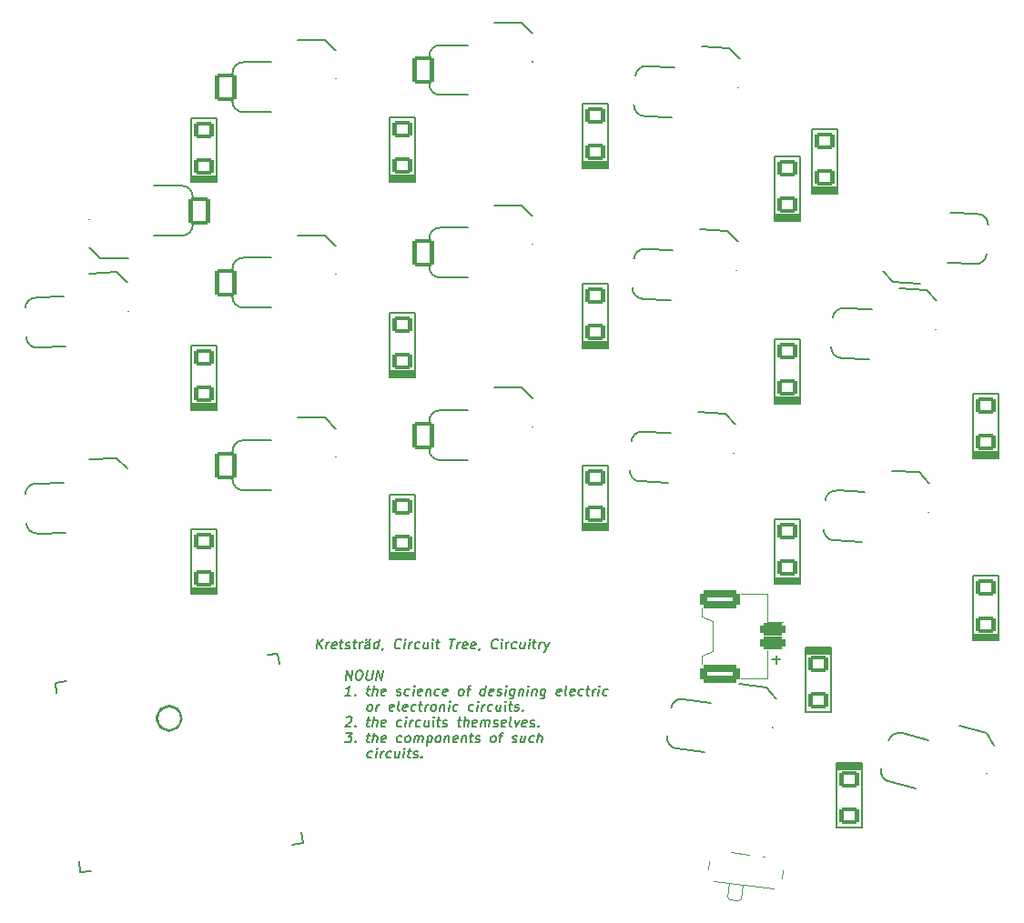
<source format=gto>
G04 #@! TF.GenerationSoftware,KiCad,Pcbnew,8.0.5*
G04 #@! TF.CreationDate,2025-01-02T22:51:13+08:00*
G04 #@! TF.ProjectId,Kretstr_d_v2,4b726574-7374-472e-9464-5f76322e6b69,rev?*
G04 #@! TF.SameCoordinates,Original*
G04 #@! TF.FileFunction,Legend,Top*
G04 #@! TF.FilePolarity,Positive*
%FSLAX46Y46*%
G04 Gerber Fmt 4.6, Leading zero omitted, Abs format (unit mm)*
G04 Created by KiCad (PCBNEW 8.0.5) date 2025-01-02 22:51:13*
%MOMM*%
%LPD*%
G01*
G04 APERTURE LIST*
G04 Aperture macros list*
%AMRoundRect*
0 Rectangle with rounded corners*
0 $1 Rounding radius*
0 $2 $3 $4 $5 $6 $7 $8 $9 X,Y pos of 4 corners*
0 Add a 4 corners polygon primitive as box body*
4,1,4,$2,$3,$4,$5,$6,$7,$8,$9,$2,$3,0*
0 Add four circle primitives for the rounded corners*
1,1,$1+$1,$2,$3*
1,1,$1+$1,$4,$5*
1,1,$1+$1,$6,$7*
1,1,$1+$1,$8,$9*
0 Add four rect primitives between the rounded corners*
20,1,$1+$1,$2,$3,$4,$5,0*
20,1,$1+$1,$4,$5,$6,$7,0*
20,1,$1+$1,$6,$7,$8,$9,0*
20,1,$1+$1,$8,$9,$2,$3,0*%
%AMFreePoly0*
4,1,22,0.886777,1.280194,0.956366,1.224698,0.994986,1.144504,1.000000,1.100000,1.000000,-0.780000,0.980194,-0.866777,0.941421,-0.921421,0.621421,-1.241421,0.546056,-1.288777,0.480000,-1.300000,-0.800000,-1.300000,-0.886777,-1.280194,-0.956366,-1.224698,-0.994986,-1.144504,-1.000000,-1.100000,-1.000000,1.100000,-0.980194,1.186777,-0.924698,1.256366,-0.844504,1.294986,-0.800000,1.300000,
0.800000,1.300000,0.886777,1.280194,0.886777,1.280194,$1*%
%AMFreePoly1*
4,1,22,0.686777,0.580194,0.756366,0.524698,0.794986,0.444504,0.800000,0.400000,0.800000,0.200000,0.780194,0.113223,0.741421,0.058579,0.141421,-0.541421,0.066056,-0.588777,-0.022393,-0.598742,-0.106406,-0.569345,-0.141421,-0.541421,-0.741421,0.058579,-0.788777,0.133944,-0.800000,0.200000,-0.800000,0.400000,-0.780193,0.486777,-0.724698,0.556366,-0.644504,0.594986,-0.600000,0.600000,
0.600000,0.600000,0.686777,0.580194,0.686777,0.580194,$1*%
%AMFreePoly2*
4,1,26,0.706406,1.169345,0.769345,1.106406,0.798742,1.022393,0.800000,1.000000,0.800000,-0.250000,0.780194,-0.336777,0.724699,-0.406366,0.644505,-0.444986,0.600000,-0.450000,-0.600000,-0.450000,-0.686777,-0.430194,-0.756366,-0.374698,-0.794986,-0.294504,-0.800000,-0.250000,-0.800000,1.000000,-0.780194,1.086777,-0.724698,1.156366,-0.644504,1.194986,-0.555496,1.194986,-0.475302,1.156366,
-0.458579,1.141421,0.000000,0.682842,0.458579,1.141421,0.533944,1.188778,0.622393,1.198742,0.706406,1.169345,0.706406,1.169345,$1*%
G04 Aperture macros list end*
%ADD10C,1.260000*%
%ADD11C,0.150000*%
%ADD12C,0.200000*%
%ADD13C,0.120000*%
%ADD14C,0.100000*%
%ADD15C,2.300000*%
%ADD16C,3.400000*%
%ADD17C,2.000000*%
%ADD18C,5.450000*%
%ADD19RoundRect,0.200000X-0.800000X-1.100000X0.800000X-1.100000X0.800000X1.100000X-0.800000X1.100000X0*%
%ADD20FreePoly0,0.000000*%
%ADD21RoundRect,0.200000X-0.761123X-1.127250X0.837902X-1.071410X0.761123X1.127250X-0.837902X1.071410X0*%
%ADD22FreePoly0,2.000000*%
%ADD23RoundRect,0.200000X-0.856473X-1.056624X0.741334X-1.140361X0.856473X1.056624X-0.741334X1.140361X0*%
%ADD24FreePoly0,357.000000*%
%ADD25RoundRect,0.200000X-1.057442X-0.855463X0.488040X-1.269574X1.057442X0.855463X-0.488040X1.269574X0*%
%ADD26FreePoly0,345.000000*%
%ADD27RoundRect,0.200000X0.800000X1.100000X-0.800000X1.100000X-0.800000X-1.100000X0.800000X-1.100000X0*%
%ADD28FreePoly0,180.000000*%
%ADD29RoundRect,0.200000X-0.936735X-0.986168X0.649577X-1.195010X0.936735X0.986168X-0.649577X1.195010X0*%
%ADD30FreePoly0,352.500000*%
%ADD31RoundRect,0.200000X0.856473X1.056624X-0.741334X1.140361X-0.856473X-1.056624X0.741334X-1.140361X0*%
%ADD32FreePoly0,177.000000*%
%ADD33RoundRect,0.200000X0.700000X-0.600000X0.700000X0.600000X-0.700000X0.600000X-0.700000X-0.600000X0*%
%ADD34RoundRect,0.200000X-0.700000X0.600000X-0.700000X-0.600000X0.700000X-0.600000X0.700000X0.600000X0*%
%ADD35C,3.600000*%
%ADD36RoundRect,0.200000X-0.547933X-0.331315X0.443512X-0.461841X0.547933X0.331315X-0.443512X0.461841X0*%
%ADD37C,1.300000*%
%ADD38RoundRect,0.200000X-0.444900X-0.697899X0.249111X-0.789268X0.444900X0.697899X-0.249111X0.789268X0*%
%ADD39C,2.500000*%
%ADD40FreePoly1,187.500000*%
%ADD41FreePoly1,7.500000*%
%ADD42FreePoly2,7.500000*%
%ADD43FreePoly2,187.500000*%
%ADD44RoundRect,0.300000X-0.850000X0.300000X-0.850000X-0.300000X0.850000X-0.300000X0.850000X0.300000X0*%
%ADD45RoundRect,0.326924X-1.548076X0.523076X-1.548076X-0.523076X1.548076X-0.523076X1.548076X0.523076X0*%
%ADD46C,4.200000*%
G04 APERTURE END LIST*
D10*
X95180195Y-114962146D02*
G75*
G02*
X93920195Y-114962146I-630000J0D01*
G01*
X93920195Y-114962146D02*
G75*
G02*
X95180195Y-114962146I630000J0D01*
G01*
D11*
X108241802Y-108495913D02*
X108354302Y-107595913D01*
X108756088Y-108495913D02*
X108434659Y-107981627D01*
X108868588Y-107595913D02*
X108290016Y-108110198D01*
X109141802Y-108495913D02*
X109216802Y-107895913D01*
X109195374Y-108067341D02*
X109248945Y-107981627D01*
X109248945Y-107981627D02*
X109297159Y-107938770D01*
X109297159Y-107938770D02*
X109388231Y-107895913D01*
X109388231Y-107895913D02*
X109473945Y-107895913D01*
X110047159Y-108453056D02*
X109956088Y-108495913D01*
X109956088Y-108495913D02*
X109784659Y-108495913D01*
X109784659Y-108495913D02*
X109704302Y-108453056D01*
X109704302Y-108453056D02*
X109672159Y-108367341D01*
X109672159Y-108367341D02*
X109715017Y-108024484D01*
X109715017Y-108024484D02*
X109768588Y-107938770D01*
X109768588Y-107938770D02*
X109859659Y-107895913D01*
X109859659Y-107895913D02*
X110031088Y-107895913D01*
X110031088Y-107895913D02*
X110111445Y-107938770D01*
X110111445Y-107938770D02*
X110143588Y-108024484D01*
X110143588Y-108024484D02*
X110132874Y-108110198D01*
X110132874Y-108110198D02*
X109693588Y-108195913D01*
X110416803Y-107895913D02*
X110759660Y-107895913D01*
X110582874Y-107595913D02*
X110486446Y-108367341D01*
X110486446Y-108367341D02*
X110518588Y-108453056D01*
X110518588Y-108453056D02*
X110598946Y-108495913D01*
X110598946Y-108495913D02*
X110684660Y-108495913D01*
X110947160Y-108453056D02*
X111027517Y-108495913D01*
X111027517Y-108495913D02*
X111198946Y-108495913D01*
X111198946Y-108495913D02*
X111290017Y-108453056D01*
X111290017Y-108453056D02*
X111343589Y-108367341D01*
X111343589Y-108367341D02*
X111348946Y-108324484D01*
X111348946Y-108324484D02*
X111316803Y-108238770D01*
X111316803Y-108238770D02*
X111236446Y-108195913D01*
X111236446Y-108195913D02*
X111107874Y-108195913D01*
X111107874Y-108195913D02*
X111027517Y-108153056D01*
X111027517Y-108153056D02*
X110995374Y-108067341D01*
X110995374Y-108067341D02*
X111000732Y-108024484D01*
X111000732Y-108024484D02*
X111054303Y-107938770D01*
X111054303Y-107938770D02*
X111145374Y-107895913D01*
X111145374Y-107895913D02*
X111273946Y-107895913D01*
X111273946Y-107895913D02*
X111354303Y-107938770D01*
X111659660Y-107895913D02*
X112002517Y-107895913D01*
X111825731Y-107595913D02*
X111729303Y-108367341D01*
X111729303Y-108367341D02*
X111761445Y-108453056D01*
X111761445Y-108453056D02*
X111841803Y-108495913D01*
X111841803Y-108495913D02*
X111927517Y-108495913D01*
X112227517Y-108495913D02*
X112302517Y-107895913D01*
X112281089Y-108067341D02*
X112334660Y-107981627D01*
X112334660Y-107981627D02*
X112382874Y-107938770D01*
X112382874Y-107938770D02*
X112473946Y-107895913D01*
X112473946Y-107895913D02*
X112559660Y-107895913D01*
X113170374Y-108495913D02*
X113229303Y-108024484D01*
X113229303Y-108024484D02*
X113197160Y-107938770D01*
X113197160Y-107938770D02*
X113116803Y-107895913D01*
X113116803Y-107895913D02*
X112945374Y-107895913D01*
X112945374Y-107895913D02*
X112854303Y-107938770D01*
X113175732Y-108453056D02*
X113084660Y-108495913D01*
X113084660Y-108495913D02*
X112870374Y-108495913D01*
X112870374Y-108495913D02*
X112790017Y-108453056D01*
X112790017Y-108453056D02*
X112757874Y-108367341D01*
X112757874Y-108367341D02*
X112768589Y-108281627D01*
X112768589Y-108281627D02*
X112822160Y-108195913D01*
X112822160Y-108195913D02*
X112913232Y-108153056D01*
X112913232Y-108153056D02*
X113127517Y-108153056D01*
X113127517Y-108153056D02*
X113218589Y-108110198D01*
X112897160Y-107595913D02*
X112934660Y-107638770D01*
X112934660Y-107638770D02*
X112886446Y-107681627D01*
X112886446Y-107681627D02*
X112848946Y-107638770D01*
X112848946Y-107638770D02*
X112897160Y-107595913D01*
X112897160Y-107595913D02*
X112886446Y-107681627D01*
X113240017Y-107595913D02*
X113277517Y-107638770D01*
X113277517Y-107638770D02*
X113229303Y-107681627D01*
X113229303Y-107681627D02*
X113191803Y-107638770D01*
X113191803Y-107638770D02*
X113240017Y-107595913D01*
X113240017Y-107595913D02*
X113229303Y-107681627D01*
X113984660Y-108495913D02*
X114097160Y-107595913D01*
X113990018Y-108453056D02*
X113898946Y-108495913D01*
X113898946Y-108495913D02*
X113727518Y-108495913D01*
X113727518Y-108495913D02*
X113647160Y-108453056D01*
X113647160Y-108453056D02*
X113609660Y-108410198D01*
X113609660Y-108410198D02*
X113577518Y-108324484D01*
X113577518Y-108324484D02*
X113609660Y-108067341D01*
X113609660Y-108067341D02*
X113663232Y-107981627D01*
X113663232Y-107981627D02*
X113711446Y-107938770D01*
X113711446Y-107938770D02*
X113802518Y-107895913D01*
X113802518Y-107895913D02*
X113973946Y-107895913D01*
X113973946Y-107895913D02*
X114054303Y-107938770D01*
X114461446Y-108453056D02*
X114456089Y-108495913D01*
X114456089Y-108495913D02*
X114402518Y-108581627D01*
X114402518Y-108581627D02*
X114354304Y-108624484D01*
X116052517Y-108410198D02*
X116004303Y-108453056D01*
X116004303Y-108453056D02*
X115870374Y-108495913D01*
X115870374Y-108495913D02*
X115784660Y-108495913D01*
X115784660Y-108495913D02*
X115661446Y-108453056D01*
X115661446Y-108453056D02*
X115586446Y-108367341D01*
X115586446Y-108367341D02*
X115554303Y-108281627D01*
X115554303Y-108281627D02*
X115532874Y-108110198D01*
X115532874Y-108110198D02*
X115548946Y-107981627D01*
X115548946Y-107981627D02*
X115613231Y-107810198D01*
X115613231Y-107810198D02*
X115666803Y-107724484D01*
X115666803Y-107724484D02*
X115763231Y-107638770D01*
X115763231Y-107638770D02*
X115897160Y-107595913D01*
X115897160Y-107595913D02*
X115982874Y-107595913D01*
X115982874Y-107595913D02*
X116106089Y-107638770D01*
X116106089Y-107638770D02*
X116143589Y-107681627D01*
X116427517Y-108495913D02*
X116502517Y-107895913D01*
X116540017Y-107595913D02*
X116491803Y-107638770D01*
X116491803Y-107638770D02*
X116529303Y-107681627D01*
X116529303Y-107681627D02*
X116577517Y-107638770D01*
X116577517Y-107638770D02*
X116540017Y-107595913D01*
X116540017Y-107595913D02*
X116529303Y-107681627D01*
X116856088Y-108495913D02*
X116931088Y-107895913D01*
X116909660Y-108067341D02*
X116963231Y-107981627D01*
X116963231Y-107981627D02*
X117011445Y-107938770D01*
X117011445Y-107938770D02*
X117102517Y-107895913D01*
X117102517Y-107895913D02*
X117188231Y-107895913D01*
X117804303Y-108453056D02*
X117713231Y-108495913D01*
X117713231Y-108495913D02*
X117541803Y-108495913D01*
X117541803Y-108495913D02*
X117461445Y-108453056D01*
X117461445Y-108453056D02*
X117423945Y-108410198D01*
X117423945Y-108410198D02*
X117391803Y-108324484D01*
X117391803Y-108324484D02*
X117423945Y-108067341D01*
X117423945Y-108067341D02*
X117477517Y-107981627D01*
X117477517Y-107981627D02*
X117525731Y-107938770D01*
X117525731Y-107938770D02*
X117616803Y-107895913D01*
X117616803Y-107895913D02*
X117788231Y-107895913D01*
X117788231Y-107895913D02*
X117868588Y-107938770D01*
X118645374Y-107895913D02*
X118570374Y-108495913D01*
X118259660Y-107895913D02*
X118200732Y-108367341D01*
X118200732Y-108367341D02*
X118232874Y-108453056D01*
X118232874Y-108453056D02*
X118313232Y-108495913D01*
X118313232Y-108495913D02*
X118441803Y-108495913D01*
X118441803Y-108495913D02*
X118532874Y-108453056D01*
X118532874Y-108453056D02*
X118581089Y-108410198D01*
X118998946Y-108495913D02*
X119073946Y-107895913D01*
X119111446Y-107595913D02*
X119063232Y-107638770D01*
X119063232Y-107638770D02*
X119100732Y-107681627D01*
X119100732Y-107681627D02*
X119148946Y-107638770D01*
X119148946Y-107638770D02*
X119111446Y-107595913D01*
X119111446Y-107595913D02*
X119100732Y-107681627D01*
X119373946Y-107895913D02*
X119716803Y-107895913D01*
X119540017Y-107595913D02*
X119443589Y-108367341D01*
X119443589Y-108367341D02*
X119475731Y-108453056D01*
X119475731Y-108453056D02*
X119556089Y-108495913D01*
X119556089Y-108495913D02*
X119641803Y-108495913D01*
X120611446Y-107595913D02*
X121125731Y-107595913D01*
X120756089Y-108495913D02*
X120868589Y-107595913D01*
X121313231Y-108495913D02*
X121388231Y-107895913D01*
X121366803Y-108067341D02*
X121420374Y-107981627D01*
X121420374Y-107981627D02*
X121468588Y-107938770D01*
X121468588Y-107938770D02*
X121559660Y-107895913D01*
X121559660Y-107895913D02*
X121645374Y-107895913D01*
X122218588Y-108453056D02*
X122127517Y-108495913D01*
X122127517Y-108495913D02*
X121956088Y-108495913D01*
X121956088Y-108495913D02*
X121875731Y-108453056D01*
X121875731Y-108453056D02*
X121843588Y-108367341D01*
X121843588Y-108367341D02*
X121886446Y-108024484D01*
X121886446Y-108024484D02*
X121940017Y-107938770D01*
X121940017Y-107938770D02*
X122031088Y-107895913D01*
X122031088Y-107895913D02*
X122202517Y-107895913D01*
X122202517Y-107895913D02*
X122282874Y-107938770D01*
X122282874Y-107938770D02*
X122315017Y-108024484D01*
X122315017Y-108024484D02*
X122304303Y-108110198D01*
X122304303Y-108110198D02*
X121865017Y-108195913D01*
X122990017Y-108453056D02*
X122898946Y-108495913D01*
X122898946Y-108495913D02*
X122727517Y-108495913D01*
X122727517Y-108495913D02*
X122647160Y-108453056D01*
X122647160Y-108453056D02*
X122615017Y-108367341D01*
X122615017Y-108367341D02*
X122657875Y-108024484D01*
X122657875Y-108024484D02*
X122711446Y-107938770D01*
X122711446Y-107938770D02*
X122802517Y-107895913D01*
X122802517Y-107895913D02*
X122973946Y-107895913D01*
X122973946Y-107895913D02*
X123054303Y-107938770D01*
X123054303Y-107938770D02*
X123086446Y-108024484D01*
X123086446Y-108024484D02*
X123075732Y-108110198D01*
X123075732Y-108110198D02*
X122636446Y-108195913D01*
X123461446Y-108453056D02*
X123456089Y-108495913D01*
X123456089Y-108495913D02*
X123402518Y-108581627D01*
X123402518Y-108581627D02*
X123354304Y-108624484D01*
X125052517Y-108410198D02*
X125004303Y-108453056D01*
X125004303Y-108453056D02*
X124870374Y-108495913D01*
X124870374Y-108495913D02*
X124784660Y-108495913D01*
X124784660Y-108495913D02*
X124661446Y-108453056D01*
X124661446Y-108453056D02*
X124586446Y-108367341D01*
X124586446Y-108367341D02*
X124554303Y-108281627D01*
X124554303Y-108281627D02*
X124532874Y-108110198D01*
X124532874Y-108110198D02*
X124548946Y-107981627D01*
X124548946Y-107981627D02*
X124613231Y-107810198D01*
X124613231Y-107810198D02*
X124666803Y-107724484D01*
X124666803Y-107724484D02*
X124763231Y-107638770D01*
X124763231Y-107638770D02*
X124897160Y-107595913D01*
X124897160Y-107595913D02*
X124982874Y-107595913D01*
X124982874Y-107595913D02*
X125106089Y-107638770D01*
X125106089Y-107638770D02*
X125143589Y-107681627D01*
X125427517Y-108495913D02*
X125502517Y-107895913D01*
X125540017Y-107595913D02*
X125491803Y-107638770D01*
X125491803Y-107638770D02*
X125529303Y-107681627D01*
X125529303Y-107681627D02*
X125577517Y-107638770D01*
X125577517Y-107638770D02*
X125540017Y-107595913D01*
X125540017Y-107595913D02*
X125529303Y-107681627D01*
X125856088Y-108495913D02*
X125931088Y-107895913D01*
X125909660Y-108067341D02*
X125963231Y-107981627D01*
X125963231Y-107981627D02*
X126011445Y-107938770D01*
X126011445Y-107938770D02*
X126102517Y-107895913D01*
X126102517Y-107895913D02*
X126188231Y-107895913D01*
X126804303Y-108453056D02*
X126713231Y-108495913D01*
X126713231Y-108495913D02*
X126541803Y-108495913D01*
X126541803Y-108495913D02*
X126461445Y-108453056D01*
X126461445Y-108453056D02*
X126423945Y-108410198D01*
X126423945Y-108410198D02*
X126391803Y-108324484D01*
X126391803Y-108324484D02*
X126423945Y-108067341D01*
X126423945Y-108067341D02*
X126477517Y-107981627D01*
X126477517Y-107981627D02*
X126525731Y-107938770D01*
X126525731Y-107938770D02*
X126616803Y-107895913D01*
X126616803Y-107895913D02*
X126788231Y-107895913D01*
X126788231Y-107895913D02*
X126868588Y-107938770D01*
X127645374Y-107895913D02*
X127570374Y-108495913D01*
X127259660Y-107895913D02*
X127200732Y-108367341D01*
X127200732Y-108367341D02*
X127232874Y-108453056D01*
X127232874Y-108453056D02*
X127313232Y-108495913D01*
X127313232Y-108495913D02*
X127441803Y-108495913D01*
X127441803Y-108495913D02*
X127532874Y-108453056D01*
X127532874Y-108453056D02*
X127581089Y-108410198D01*
X127998946Y-108495913D02*
X128073946Y-107895913D01*
X128111446Y-107595913D02*
X128063232Y-107638770D01*
X128063232Y-107638770D02*
X128100732Y-107681627D01*
X128100732Y-107681627D02*
X128148946Y-107638770D01*
X128148946Y-107638770D02*
X128111446Y-107595913D01*
X128111446Y-107595913D02*
X128100732Y-107681627D01*
X128373946Y-107895913D02*
X128716803Y-107895913D01*
X128540017Y-107595913D02*
X128443589Y-108367341D01*
X128443589Y-108367341D02*
X128475731Y-108453056D01*
X128475731Y-108453056D02*
X128556089Y-108495913D01*
X128556089Y-108495913D02*
X128641803Y-108495913D01*
X128941803Y-108495913D02*
X129016803Y-107895913D01*
X128995375Y-108067341D02*
X129048946Y-107981627D01*
X129048946Y-107981627D02*
X129097160Y-107938770D01*
X129097160Y-107938770D02*
X129188232Y-107895913D01*
X129188232Y-107895913D02*
X129273946Y-107895913D01*
X129488232Y-107895913D02*
X129627518Y-108495913D01*
X129916803Y-107895913D02*
X129627518Y-108495913D01*
X129627518Y-108495913D02*
X129515018Y-108710198D01*
X129515018Y-108710198D02*
X129466803Y-108753056D01*
X129466803Y-108753056D02*
X129375732Y-108795913D01*
X110984658Y-111393813D02*
X111097158Y-110493813D01*
X111097158Y-110493813D02*
X111498944Y-111393813D01*
X111498944Y-111393813D02*
X111611444Y-110493813D01*
X112211444Y-110493813D02*
X112382872Y-110493813D01*
X112382872Y-110493813D02*
X112463229Y-110536670D01*
X112463229Y-110536670D02*
X112538229Y-110622384D01*
X112538229Y-110622384D02*
X112559658Y-110793813D01*
X112559658Y-110793813D02*
X112522158Y-111093813D01*
X112522158Y-111093813D02*
X112457872Y-111265241D01*
X112457872Y-111265241D02*
X112361444Y-111350956D01*
X112361444Y-111350956D02*
X112270372Y-111393813D01*
X112270372Y-111393813D02*
X112098944Y-111393813D01*
X112098944Y-111393813D02*
X112018587Y-111350956D01*
X112018587Y-111350956D02*
X111943587Y-111265241D01*
X111943587Y-111265241D02*
X111922158Y-111093813D01*
X111922158Y-111093813D02*
X111959658Y-110793813D01*
X111959658Y-110793813D02*
X112023944Y-110622384D01*
X112023944Y-110622384D02*
X112120372Y-110536670D01*
X112120372Y-110536670D02*
X112211444Y-110493813D01*
X112982872Y-110493813D02*
X112891801Y-111222384D01*
X112891801Y-111222384D02*
X112923944Y-111308098D01*
X112923944Y-111308098D02*
X112961444Y-111350956D01*
X112961444Y-111350956D02*
X113041801Y-111393813D01*
X113041801Y-111393813D02*
X113213229Y-111393813D01*
X113213229Y-111393813D02*
X113304301Y-111350956D01*
X113304301Y-111350956D02*
X113352515Y-111308098D01*
X113352515Y-111308098D02*
X113406086Y-111222384D01*
X113406086Y-111222384D02*
X113497158Y-110493813D01*
X113813229Y-111393813D02*
X113925729Y-110493813D01*
X113925729Y-110493813D02*
X114327515Y-111393813D01*
X114327515Y-111393813D02*
X114440015Y-110493813D01*
X111456087Y-112842763D02*
X110941801Y-112842763D01*
X111198944Y-112842763D02*
X111311444Y-111942763D01*
X111311444Y-111942763D02*
X111209658Y-112071334D01*
X111209658Y-112071334D02*
X111113230Y-112157048D01*
X111113230Y-112157048D02*
X111022158Y-112199906D01*
X111852515Y-112757048D02*
X111890015Y-112799906D01*
X111890015Y-112799906D02*
X111841801Y-112842763D01*
X111841801Y-112842763D02*
X111804301Y-112799906D01*
X111804301Y-112799906D02*
X111852515Y-112757048D01*
X111852515Y-112757048D02*
X111841801Y-112842763D01*
X112902515Y-112242763D02*
X113245372Y-112242763D01*
X113068586Y-111942763D02*
X112972158Y-112714191D01*
X112972158Y-112714191D02*
X113004300Y-112799906D01*
X113004300Y-112799906D02*
X113084658Y-112842763D01*
X113084658Y-112842763D02*
X113170372Y-112842763D01*
X113470372Y-112842763D02*
X113582872Y-111942763D01*
X113856086Y-112842763D02*
X113915015Y-112371334D01*
X113915015Y-112371334D02*
X113882872Y-112285620D01*
X113882872Y-112285620D02*
X113802515Y-112242763D01*
X113802515Y-112242763D02*
X113673944Y-112242763D01*
X113673944Y-112242763D02*
X113582872Y-112285620D01*
X113582872Y-112285620D02*
X113534658Y-112328477D01*
X114632872Y-112799906D02*
X114541801Y-112842763D01*
X114541801Y-112842763D02*
X114370372Y-112842763D01*
X114370372Y-112842763D02*
X114290015Y-112799906D01*
X114290015Y-112799906D02*
X114257872Y-112714191D01*
X114257872Y-112714191D02*
X114300730Y-112371334D01*
X114300730Y-112371334D02*
X114354301Y-112285620D01*
X114354301Y-112285620D02*
X114445372Y-112242763D01*
X114445372Y-112242763D02*
X114616801Y-112242763D01*
X114616801Y-112242763D02*
X114697158Y-112285620D01*
X114697158Y-112285620D02*
X114729301Y-112371334D01*
X114729301Y-112371334D02*
X114718587Y-112457048D01*
X114718587Y-112457048D02*
X114279301Y-112542763D01*
X115704301Y-112799906D02*
X115784658Y-112842763D01*
X115784658Y-112842763D02*
X115956087Y-112842763D01*
X115956087Y-112842763D02*
X116047158Y-112799906D01*
X116047158Y-112799906D02*
X116100730Y-112714191D01*
X116100730Y-112714191D02*
X116106087Y-112671334D01*
X116106087Y-112671334D02*
X116073944Y-112585620D01*
X116073944Y-112585620D02*
X115993587Y-112542763D01*
X115993587Y-112542763D02*
X115865015Y-112542763D01*
X115865015Y-112542763D02*
X115784658Y-112499906D01*
X115784658Y-112499906D02*
X115752515Y-112414191D01*
X115752515Y-112414191D02*
X115757873Y-112371334D01*
X115757873Y-112371334D02*
X115811444Y-112285620D01*
X115811444Y-112285620D02*
X115902515Y-112242763D01*
X115902515Y-112242763D02*
X116031087Y-112242763D01*
X116031087Y-112242763D02*
X116111444Y-112285620D01*
X116861444Y-112799906D02*
X116770372Y-112842763D01*
X116770372Y-112842763D02*
X116598944Y-112842763D01*
X116598944Y-112842763D02*
X116518586Y-112799906D01*
X116518586Y-112799906D02*
X116481086Y-112757048D01*
X116481086Y-112757048D02*
X116448944Y-112671334D01*
X116448944Y-112671334D02*
X116481086Y-112414191D01*
X116481086Y-112414191D02*
X116534658Y-112328477D01*
X116534658Y-112328477D02*
X116582872Y-112285620D01*
X116582872Y-112285620D02*
X116673944Y-112242763D01*
X116673944Y-112242763D02*
X116845372Y-112242763D01*
X116845372Y-112242763D02*
X116925729Y-112285620D01*
X117241801Y-112842763D02*
X117316801Y-112242763D01*
X117354301Y-111942763D02*
X117306087Y-111985620D01*
X117306087Y-111985620D02*
X117343587Y-112028477D01*
X117343587Y-112028477D02*
X117391801Y-111985620D01*
X117391801Y-111985620D02*
X117354301Y-111942763D01*
X117354301Y-111942763D02*
X117343587Y-112028477D01*
X118018586Y-112799906D02*
X117927515Y-112842763D01*
X117927515Y-112842763D02*
X117756086Y-112842763D01*
X117756086Y-112842763D02*
X117675729Y-112799906D01*
X117675729Y-112799906D02*
X117643586Y-112714191D01*
X117643586Y-112714191D02*
X117686444Y-112371334D01*
X117686444Y-112371334D02*
X117740015Y-112285620D01*
X117740015Y-112285620D02*
X117831086Y-112242763D01*
X117831086Y-112242763D02*
X118002515Y-112242763D01*
X118002515Y-112242763D02*
X118082872Y-112285620D01*
X118082872Y-112285620D02*
X118115015Y-112371334D01*
X118115015Y-112371334D02*
X118104301Y-112457048D01*
X118104301Y-112457048D02*
X117665015Y-112542763D01*
X118516801Y-112242763D02*
X118441801Y-112842763D01*
X118506087Y-112328477D02*
X118554301Y-112285620D01*
X118554301Y-112285620D02*
X118645373Y-112242763D01*
X118645373Y-112242763D02*
X118773944Y-112242763D01*
X118773944Y-112242763D02*
X118854301Y-112285620D01*
X118854301Y-112285620D02*
X118886444Y-112371334D01*
X118886444Y-112371334D02*
X118827515Y-112842763D01*
X119647159Y-112799906D02*
X119556087Y-112842763D01*
X119556087Y-112842763D02*
X119384659Y-112842763D01*
X119384659Y-112842763D02*
X119304301Y-112799906D01*
X119304301Y-112799906D02*
X119266801Y-112757048D01*
X119266801Y-112757048D02*
X119234659Y-112671334D01*
X119234659Y-112671334D02*
X119266801Y-112414191D01*
X119266801Y-112414191D02*
X119320373Y-112328477D01*
X119320373Y-112328477D02*
X119368587Y-112285620D01*
X119368587Y-112285620D02*
X119459659Y-112242763D01*
X119459659Y-112242763D02*
X119631087Y-112242763D01*
X119631087Y-112242763D02*
X119711444Y-112285620D01*
X120375730Y-112799906D02*
X120284659Y-112842763D01*
X120284659Y-112842763D02*
X120113230Y-112842763D01*
X120113230Y-112842763D02*
X120032873Y-112799906D01*
X120032873Y-112799906D02*
X120000730Y-112714191D01*
X120000730Y-112714191D02*
X120043588Y-112371334D01*
X120043588Y-112371334D02*
X120097159Y-112285620D01*
X120097159Y-112285620D02*
X120188230Y-112242763D01*
X120188230Y-112242763D02*
X120359659Y-112242763D01*
X120359659Y-112242763D02*
X120440016Y-112285620D01*
X120440016Y-112285620D02*
X120472159Y-112371334D01*
X120472159Y-112371334D02*
X120461445Y-112457048D01*
X120461445Y-112457048D02*
X120022159Y-112542763D01*
X121613231Y-112842763D02*
X121532873Y-112799906D01*
X121532873Y-112799906D02*
X121495373Y-112757048D01*
X121495373Y-112757048D02*
X121463231Y-112671334D01*
X121463231Y-112671334D02*
X121495373Y-112414191D01*
X121495373Y-112414191D02*
X121548945Y-112328477D01*
X121548945Y-112328477D02*
X121597159Y-112285620D01*
X121597159Y-112285620D02*
X121688231Y-112242763D01*
X121688231Y-112242763D02*
X121816802Y-112242763D01*
X121816802Y-112242763D02*
X121897159Y-112285620D01*
X121897159Y-112285620D02*
X121934659Y-112328477D01*
X121934659Y-112328477D02*
X121966802Y-112414191D01*
X121966802Y-112414191D02*
X121934659Y-112671334D01*
X121934659Y-112671334D02*
X121881088Y-112757048D01*
X121881088Y-112757048D02*
X121832873Y-112799906D01*
X121832873Y-112799906D02*
X121741802Y-112842763D01*
X121741802Y-112842763D02*
X121613231Y-112842763D01*
X122245374Y-112242763D02*
X122588231Y-112242763D01*
X122298945Y-112842763D02*
X122395374Y-112071334D01*
X122395374Y-112071334D02*
X122448945Y-111985620D01*
X122448945Y-111985620D02*
X122540017Y-111942763D01*
X122540017Y-111942763D02*
X122625731Y-111942763D01*
X123884659Y-112842763D02*
X123997159Y-111942763D01*
X123890017Y-112799906D02*
X123798945Y-112842763D01*
X123798945Y-112842763D02*
X123627517Y-112842763D01*
X123627517Y-112842763D02*
X123547159Y-112799906D01*
X123547159Y-112799906D02*
X123509659Y-112757048D01*
X123509659Y-112757048D02*
X123477517Y-112671334D01*
X123477517Y-112671334D02*
X123509659Y-112414191D01*
X123509659Y-112414191D02*
X123563231Y-112328477D01*
X123563231Y-112328477D02*
X123611445Y-112285620D01*
X123611445Y-112285620D02*
X123702517Y-112242763D01*
X123702517Y-112242763D02*
X123873945Y-112242763D01*
X123873945Y-112242763D02*
X123954302Y-112285620D01*
X124661445Y-112799906D02*
X124570374Y-112842763D01*
X124570374Y-112842763D02*
X124398945Y-112842763D01*
X124398945Y-112842763D02*
X124318588Y-112799906D01*
X124318588Y-112799906D02*
X124286445Y-112714191D01*
X124286445Y-112714191D02*
X124329303Y-112371334D01*
X124329303Y-112371334D02*
X124382874Y-112285620D01*
X124382874Y-112285620D02*
X124473945Y-112242763D01*
X124473945Y-112242763D02*
X124645374Y-112242763D01*
X124645374Y-112242763D02*
X124725731Y-112285620D01*
X124725731Y-112285620D02*
X124757874Y-112371334D01*
X124757874Y-112371334D02*
X124747160Y-112457048D01*
X124747160Y-112457048D02*
X124307874Y-112542763D01*
X125047160Y-112799906D02*
X125127517Y-112842763D01*
X125127517Y-112842763D02*
X125298946Y-112842763D01*
X125298946Y-112842763D02*
X125390017Y-112799906D01*
X125390017Y-112799906D02*
X125443589Y-112714191D01*
X125443589Y-112714191D02*
X125448946Y-112671334D01*
X125448946Y-112671334D02*
X125416803Y-112585620D01*
X125416803Y-112585620D02*
X125336446Y-112542763D01*
X125336446Y-112542763D02*
X125207874Y-112542763D01*
X125207874Y-112542763D02*
X125127517Y-112499906D01*
X125127517Y-112499906D02*
X125095374Y-112414191D01*
X125095374Y-112414191D02*
X125100732Y-112371334D01*
X125100732Y-112371334D02*
X125154303Y-112285620D01*
X125154303Y-112285620D02*
X125245374Y-112242763D01*
X125245374Y-112242763D02*
X125373946Y-112242763D01*
X125373946Y-112242763D02*
X125454303Y-112285620D01*
X125813231Y-112842763D02*
X125888231Y-112242763D01*
X125925731Y-111942763D02*
X125877517Y-111985620D01*
X125877517Y-111985620D02*
X125915017Y-112028477D01*
X125915017Y-112028477D02*
X125963231Y-111985620D01*
X125963231Y-111985620D02*
X125925731Y-111942763D01*
X125925731Y-111942763D02*
X125915017Y-112028477D01*
X126702516Y-112242763D02*
X126611445Y-112971334D01*
X126611445Y-112971334D02*
X126557874Y-113057048D01*
X126557874Y-113057048D02*
X126509659Y-113099906D01*
X126509659Y-113099906D02*
X126418588Y-113142763D01*
X126418588Y-113142763D02*
X126290016Y-113142763D01*
X126290016Y-113142763D02*
X126209659Y-113099906D01*
X126632874Y-112799906D02*
X126541802Y-112842763D01*
X126541802Y-112842763D02*
X126370374Y-112842763D01*
X126370374Y-112842763D02*
X126290016Y-112799906D01*
X126290016Y-112799906D02*
X126252516Y-112757048D01*
X126252516Y-112757048D02*
X126220374Y-112671334D01*
X126220374Y-112671334D02*
X126252516Y-112414191D01*
X126252516Y-112414191D02*
X126306088Y-112328477D01*
X126306088Y-112328477D02*
X126354302Y-112285620D01*
X126354302Y-112285620D02*
X126445374Y-112242763D01*
X126445374Y-112242763D02*
X126616802Y-112242763D01*
X126616802Y-112242763D02*
X126697159Y-112285620D01*
X127131088Y-112242763D02*
X127056088Y-112842763D01*
X127120374Y-112328477D02*
X127168588Y-112285620D01*
X127168588Y-112285620D02*
X127259660Y-112242763D01*
X127259660Y-112242763D02*
X127388231Y-112242763D01*
X127388231Y-112242763D02*
X127468588Y-112285620D01*
X127468588Y-112285620D02*
X127500731Y-112371334D01*
X127500731Y-112371334D02*
X127441802Y-112842763D01*
X127870374Y-112842763D02*
X127945374Y-112242763D01*
X127982874Y-111942763D02*
X127934660Y-111985620D01*
X127934660Y-111985620D02*
X127972160Y-112028477D01*
X127972160Y-112028477D02*
X128020374Y-111985620D01*
X128020374Y-111985620D02*
X127982874Y-111942763D01*
X127982874Y-111942763D02*
X127972160Y-112028477D01*
X128373945Y-112242763D02*
X128298945Y-112842763D01*
X128363231Y-112328477D02*
X128411445Y-112285620D01*
X128411445Y-112285620D02*
X128502517Y-112242763D01*
X128502517Y-112242763D02*
X128631088Y-112242763D01*
X128631088Y-112242763D02*
X128711445Y-112285620D01*
X128711445Y-112285620D02*
X128743588Y-112371334D01*
X128743588Y-112371334D02*
X128684659Y-112842763D01*
X129573945Y-112242763D02*
X129482874Y-112971334D01*
X129482874Y-112971334D02*
X129429303Y-113057048D01*
X129429303Y-113057048D02*
X129381088Y-113099906D01*
X129381088Y-113099906D02*
X129290017Y-113142763D01*
X129290017Y-113142763D02*
X129161445Y-113142763D01*
X129161445Y-113142763D02*
X129081088Y-113099906D01*
X129504303Y-112799906D02*
X129413231Y-112842763D01*
X129413231Y-112842763D02*
X129241803Y-112842763D01*
X129241803Y-112842763D02*
X129161445Y-112799906D01*
X129161445Y-112799906D02*
X129123945Y-112757048D01*
X129123945Y-112757048D02*
X129091803Y-112671334D01*
X129091803Y-112671334D02*
X129123945Y-112414191D01*
X129123945Y-112414191D02*
X129177517Y-112328477D01*
X129177517Y-112328477D02*
X129225731Y-112285620D01*
X129225731Y-112285620D02*
X129316803Y-112242763D01*
X129316803Y-112242763D02*
X129488231Y-112242763D01*
X129488231Y-112242763D02*
X129568588Y-112285620D01*
X130961445Y-112799906D02*
X130870374Y-112842763D01*
X130870374Y-112842763D02*
X130698945Y-112842763D01*
X130698945Y-112842763D02*
X130618588Y-112799906D01*
X130618588Y-112799906D02*
X130586445Y-112714191D01*
X130586445Y-112714191D02*
X130629303Y-112371334D01*
X130629303Y-112371334D02*
X130682874Y-112285620D01*
X130682874Y-112285620D02*
X130773945Y-112242763D01*
X130773945Y-112242763D02*
X130945374Y-112242763D01*
X130945374Y-112242763D02*
X131025731Y-112285620D01*
X131025731Y-112285620D02*
X131057874Y-112371334D01*
X131057874Y-112371334D02*
X131047160Y-112457048D01*
X131047160Y-112457048D02*
X130607874Y-112542763D01*
X131513232Y-112842763D02*
X131432874Y-112799906D01*
X131432874Y-112799906D02*
X131400732Y-112714191D01*
X131400732Y-112714191D02*
X131497160Y-111942763D01*
X132204303Y-112799906D02*
X132113232Y-112842763D01*
X132113232Y-112842763D02*
X131941803Y-112842763D01*
X131941803Y-112842763D02*
X131861446Y-112799906D01*
X131861446Y-112799906D02*
X131829303Y-112714191D01*
X131829303Y-112714191D02*
X131872161Y-112371334D01*
X131872161Y-112371334D02*
X131925732Y-112285620D01*
X131925732Y-112285620D02*
X132016803Y-112242763D01*
X132016803Y-112242763D02*
X132188232Y-112242763D01*
X132188232Y-112242763D02*
X132268589Y-112285620D01*
X132268589Y-112285620D02*
X132300732Y-112371334D01*
X132300732Y-112371334D02*
X132290018Y-112457048D01*
X132290018Y-112457048D02*
X131850732Y-112542763D01*
X133018590Y-112799906D02*
X132927518Y-112842763D01*
X132927518Y-112842763D02*
X132756090Y-112842763D01*
X132756090Y-112842763D02*
X132675732Y-112799906D01*
X132675732Y-112799906D02*
X132638232Y-112757048D01*
X132638232Y-112757048D02*
X132606090Y-112671334D01*
X132606090Y-112671334D02*
X132638232Y-112414191D01*
X132638232Y-112414191D02*
X132691804Y-112328477D01*
X132691804Y-112328477D02*
X132740018Y-112285620D01*
X132740018Y-112285620D02*
X132831090Y-112242763D01*
X132831090Y-112242763D02*
X133002518Y-112242763D01*
X133002518Y-112242763D02*
X133082875Y-112285620D01*
X133345376Y-112242763D02*
X133688233Y-112242763D01*
X133511447Y-111942763D02*
X133415019Y-112714191D01*
X133415019Y-112714191D02*
X133447161Y-112799906D01*
X133447161Y-112799906D02*
X133527519Y-112842763D01*
X133527519Y-112842763D02*
X133613233Y-112842763D01*
X133913233Y-112842763D02*
X133988233Y-112242763D01*
X133966805Y-112414191D02*
X134020376Y-112328477D01*
X134020376Y-112328477D02*
X134068590Y-112285620D01*
X134068590Y-112285620D02*
X134159662Y-112242763D01*
X134159662Y-112242763D02*
X134245376Y-112242763D01*
X134470376Y-112842763D02*
X134545376Y-112242763D01*
X134582876Y-111942763D02*
X134534662Y-111985620D01*
X134534662Y-111985620D02*
X134572162Y-112028477D01*
X134572162Y-112028477D02*
X134620376Y-111985620D01*
X134620376Y-111985620D02*
X134582876Y-111942763D01*
X134582876Y-111942763D02*
X134572162Y-112028477D01*
X135290019Y-112799906D02*
X135198947Y-112842763D01*
X135198947Y-112842763D02*
X135027519Y-112842763D01*
X135027519Y-112842763D02*
X134947161Y-112799906D01*
X134947161Y-112799906D02*
X134909661Y-112757048D01*
X134909661Y-112757048D02*
X134877519Y-112671334D01*
X134877519Y-112671334D02*
X134909661Y-112414191D01*
X134909661Y-112414191D02*
X134963233Y-112328477D01*
X134963233Y-112328477D02*
X135011447Y-112285620D01*
X135011447Y-112285620D02*
X135102519Y-112242763D01*
X135102519Y-112242763D02*
X135273947Y-112242763D01*
X135273947Y-112242763D02*
X135354304Y-112285620D01*
X113127516Y-114291713D02*
X113047158Y-114248856D01*
X113047158Y-114248856D02*
X113009658Y-114205998D01*
X113009658Y-114205998D02*
X112977516Y-114120284D01*
X112977516Y-114120284D02*
X113009658Y-113863141D01*
X113009658Y-113863141D02*
X113063230Y-113777427D01*
X113063230Y-113777427D02*
X113111444Y-113734570D01*
X113111444Y-113734570D02*
X113202516Y-113691713D01*
X113202516Y-113691713D02*
X113331087Y-113691713D01*
X113331087Y-113691713D02*
X113411444Y-113734570D01*
X113411444Y-113734570D02*
X113448944Y-113777427D01*
X113448944Y-113777427D02*
X113481087Y-113863141D01*
X113481087Y-113863141D02*
X113448944Y-114120284D01*
X113448944Y-114120284D02*
X113395373Y-114205998D01*
X113395373Y-114205998D02*
X113347158Y-114248856D01*
X113347158Y-114248856D02*
X113256087Y-114291713D01*
X113256087Y-114291713D02*
X113127516Y-114291713D01*
X113813230Y-114291713D02*
X113888230Y-113691713D01*
X113866802Y-113863141D02*
X113920373Y-113777427D01*
X113920373Y-113777427D02*
X113968587Y-113734570D01*
X113968587Y-113734570D02*
X114059659Y-113691713D01*
X114059659Y-113691713D02*
X114145373Y-113691713D01*
X115404301Y-114248856D02*
X115313230Y-114291713D01*
X115313230Y-114291713D02*
X115141801Y-114291713D01*
X115141801Y-114291713D02*
X115061444Y-114248856D01*
X115061444Y-114248856D02*
X115029301Y-114163141D01*
X115029301Y-114163141D02*
X115072159Y-113820284D01*
X115072159Y-113820284D02*
X115125730Y-113734570D01*
X115125730Y-113734570D02*
X115216801Y-113691713D01*
X115216801Y-113691713D02*
X115388230Y-113691713D01*
X115388230Y-113691713D02*
X115468587Y-113734570D01*
X115468587Y-113734570D02*
X115500730Y-113820284D01*
X115500730Y-113820284D02*
X115490016Y-113905998D01*
X115490016Y-113905998D02*
X115050730Y-113991713D01*
X115956088Y-114291713D02*
X115875730Y-114248856D01*
X115875730Y-114248856D02*
X115843588Y-114163141D01*
X115843588Y-114163141D02*
X115940016Y-113391713D01*
X116647159Y-114248856D02*
X116556088Y-114291713D01*
X116556088Y-114291713D02*
X116384659Y-114291713D01*
X116384659Y-114291713D02*
X116304302Y-114248856D01*
X116304302Y-114248856D02*
X116272159Y-114163141D01*
X116272159Y-114163141D02*
X116315017Y-113820284D01*
X116315017Y-113820284D02*
X116368588Y-113734570D01*
X116368588Y-113734570D02*
X116459659Y-113691713D01*
X116459659Y-113691713D02*
X116631088Y-113691713D01*
X116631088Y-113691713D02*
X116711445Y-113734570D01*
X116711445Y-113734570D02*
X116743588Y-113820284D01*
X116743588Y-113820284D02*
X116732874Y-113905998D01*
X116732874Y-113905998D02*
X116293588Y-113991713D01*
X117461446Y-114248856D02*
X117370374Y-114291713D01*
X117370374Y-114291713D02*
X117198946Y-114291713D01*
X117198946Y-114291713D02*
X117118588Y-114248856D01*
X117118588Y-114248856D02*
X117081088Y-114205998D01*
X117081088Y-114205998D02*
X117048946Y-114120284D01*
X117048946Y-114120284D02*
X117081088Y-113863141D01*
X117081088Y-113863141D02*
X117134660Y-113777427D01*
X117134660Y-113777427D02*
X117182874Y-113734570D01*
X117182874Y-113734570D02*
X117273946Y-113691713D01*
X117273946Y-113691713D02*
X117445374Y-113691713D01*
X117445374Y-113691713D02*
X117525731Y-113734570D01*
X117788232Y-113691713D02*
X118131089Y-113691713D01*
X117954303Y-113391713D02*
X117857875Y-114163141D01*
X117857875Y-114163141D02*
X117890017Y-114248856D01*
X117890017Y-114248856D02*
X117970375Y-114291713D01*
X117970375Y-114291713D02*
X118056089Y-114291713D01*
X118356089Y-114291713D02*
X118431089Y-113691713D01*
X118409661Y-113863141D02*
X118463232Y-113777427D01*
X118463232Y-113777427D02*
X118511446Y-113734570D01*
X118511446Y-113734570D02*
X118602518Y-113691713D01*
X118602518Y-113691713D02*
X118688232Y-113691713D01*
X119041804Y-114291713D02*
X118961446Y-114248856D01*
X118961446Y-114248856D02*
X118923946Y-114205998D01*
X118923946Y-114205998D02*
X118891804Y-114120284D01*
X118891804Y-114120284D02*
X118923946Y-113863141D01*
X118923946Y-113863141D02*
X118977518Y-113777427D01*
X118977518Y-113777427D02*
X119025732Y-113734570D01*
X119025732Y-113734570D02*
X119116804Y-113691713D01*
X119116804Y-113691713D02*
X119245375Y-113691713D01*
X119245375Y-113691713D02*
X119325732Y-113734570D01*
X119325732Y-113734570D02*
X119363232Y-113777427D01*
X119363232Y-113777427D02*
X119395375Y-113863141D01*
X119395375Y-113863141D02*
X119363232Y-114120284D01*
X119363232Y-114120284D02*
X119309661Y-114205998D01*
X119309661Y-114205998D02*
X119261446Y-114248856D01*
X119261446Y-114248856D02*
X119170375Y-114291713D01*
X119170375Y-114291713D02*
X119041804Y-114291713D01*
X119802518Y-113691713D02*
X119727518Y-114291713D01*
X119791804Y-113777427D02*
X119840018Y-113734570D01*
X119840018Y-113734570D02*
X119931090Y-113691713D01*
X119931090Y-113691713D02*
X120059661Y-113691713D01*
X120059661Y-113691713D02*
X120140018Y-113734570D01*
X120140018Y-113734570D02*
X120172161Y-113820284D01*
X120172161Y-113820284D02*
X120113232Y-114291713D01*
X120541804Y-114291713D02*
X120616804Y-113691713D01*
X120654304Y-113391713D02*
X120606090Y-113434570D01*
X120606090Y-113434570D02*
X120643590Y-113477427D01*
X120643590Y-113477427D02*
X120691804Y-113434570D01*
X120691804Y-113434570D02*
X120654304Y-113391713D01*
X120654304Y-113391713D02*
X120643590Y-113477427D01*
X121361447Y-114248856D02*
X121270375Y-114291713D01*
X121270375Y-114291713D02*
X121098947Y-114291713D01*
X121098947Y-114291713D02*
X121018589Y-114248856D01*
X121018589Y-114248856D02*
X120981089Y-114205998D01*
X120981089Y-114205998D02*
X120948947Y-114120284D01*
X120948947Y-114120284D02*
X120981089Y-113863141D01*
X120981089Y-113863141D02*
X121034661Y-113777427D01*
X121034661Y-113777427D02*
X121082875Y-113734570D01*
X121082875Y-113734570D02*
X121173947Y-113691713D01*
X121173947Y-113691713D02*
X121345375Y-113691713D01*
X121345375Y-113691713D02*
X121425732Y-113734570D01*
X122818590Y-114248856D02*
X122727518Y-114291713D01*
X122727518Y-114291713D02*
X122556090Y-114291713D01*
X122556090Y-114291713D02*
X122475732Y-114248856D01*
X122475732Y-114248856D02*
X122438232Y-114205998D01*
X122438232Y-114205998D02*
X122406090Y-114120284D01*
X122406090Y-114120284D02*
X122438232Y-113863141D01*
X122438232Y-113863141D02*
X122491804Y-113777427D01*
X122491804Y-113777427D02*
X122540018Y-113734570D01*
X122540018Y-113734570D02*
X122631090Y-113691713D01*
X122631090Y-113691713D02*
X122802518Y-113691713D01*
X122802518Y-113691713D02*
X122882875Y-113734570D01*
X123198947Y-114291713D02*
X123273947Y-113691713D01*
X123311447Y-113391713D02*
X123263233Y-113434570D01*
X123263233Y-113434570D02*
X123300733Y-113477427D01*
X123300733Y-113477427D02*
X123348947Y-113434570D01*
X123348947Y-113434570D02*
X123311447Y-113391713D01*
X123311447Y-113391713D02*
X123300733Y-113477427D01*
X123627518Y-114291713D02*
X123702518Y-113691713D01*
X123681090Y-113863141D02*
X123734661Y-113777427D01*
X123734661Y-113777427D02*
X123782875Y-113734570D01*
X123782875Y-113734570D02*
X123873947Y-113691713D01*
X123873947Y-113691713D02*
X123959661Y-113691713D01*
X124575733Y-114248856D02*
X124484661Y-114291713D01*
X124484661Y-114291713D02*
X124313233Y-114291713D01*
X124313233Y-114291713D02*
X124232875Y-114248856D01*
X124232875Y-114248856D02*
X124195375Y-114205998D01*
X124195375Y-114205998D02*
X124163233Y-114120284D01*
X124163233Y-114120284D02*
X124195375Y-113863141D01*
X124195375Y-113863141D02*
X124248947Y-113777427D01*
X124248947Y-113777427D02*
X124297161Y-113734570D01*
X124297161Y-113734570D02*
X124388233Y-113691713D01*
X124388233Y-113691713D02*
X124559661Y-113691713D01*
X124559661Y-113691713D02*
X124640018Y-113734570D01*
X125416804Y-113691713D02*
X125341804Y-114291713D01*
X125031090Y-113691713D02*
X124972162Y-114163141D01*
X124972162Y-114163141D02*
X125004304Y-114248856D01*
X125004304Y-114248856D02*
X125084662Y-114291713D01*
X125084662Y-114291713D02*
X125213233Y-114291713D01*
X125213233Y-114291713D02*
X125304304Y-114248856D01*
X125304304Y-114248856D02*
X125352519Y-114205998D01*
X125770376Y-114291713D02*
X125845376Y-113691713D01*
X125882876Y-113391713D02*
X125834662Y-113434570D01*
X125834662Y-113434570D02*
X125872162Y-113477427D01*
X125872162Y-113477427D02*
X125920376Y-113434570D01*
X125920376Y-113434570D02*
X125882876Y-113391713D01*
X125882876Y-113391713D02*
X125872162Y-113477427D01*
X126145376Y-113691713D02*
X126488233Y-113691713D01*
X126311447Y-113391713D02*
X126215019Y-114163141D01*
X126215019Y-114163141D02*
X126247161Y-114248856D01*
X126247161Y-114248856D02*
X126327519Y-114291713D01*
X126327519Y-114291713D02*
X126413233Y-114291713D01*
X126675733Y-114248856D02*
X126756090Y-114291713D01*
X126756090Y-114291713D02*
X126927519Y-114291713D01*
X126927519Y-114291713D02*
X127018590Y-114248856D01*
X127018590Y-114248856D02*
X127072162Y-114163141D01*
X127072162Y-114163141D02*
X127077519Y-114120284D01*
X127077519Y-114120284D02*
X127045376Y-114034570D01*
X127045376Y-114034570D02*
X126965019Y-113991713D01*
X126965019Y-113991713D02*
X126836447Y-113991713D01*
X126836447Y-113991713D02*
X126756090Y-113948856D01*
X126756090Y-113948856D02*
X126723947Y-113863141D01*
X126723947Y-113863141D02*
X126729305Y-113820284D01*
X126729305Y-113820284D02*
X126782876Y-113734570D01*
X126782876Y-113734570D02*
X126873947Y-113691713D01*
X126873947Y-113691713D02*
X127002519Y-113691713D01*
X127002519Y-113691713D02*
X127082876Y-113734570D01*
X127452518Y-114205998D02*
X127490018Y-114248856D01*
X127490018Y-114248856D02*
X127441804Y-114291713D01*
X127441804Y-114291713D02*
X127404304Y-114248856D01*
X127404304Y-114248856D02*
X127452518Y-114205998D01*
X127452518Y-114205998D02*
X127441804Y-114291713D01*
X111043587Y-114926377D02*
X111091801Y-114883520D01*
X111091801Y-114883520D02*
X111182872Y-114840663D01*
X111182872Y-114840663D02*
X111397158Y-114840663D01*
X111397158Y-114840663D02*
X111477515Y-114883520D01*
X111477515Y-114883520D02*
X111515015Y-114926377D01*
X111515015Y-114926377D02*
X111547158Y-115012091D01*
X111547158Y-115012091D02*
X111536444Y-115097806D01*
X111536444Y-115097806D02*
X111477515Y-115226377D01*
X111477515Y-115226377D02*
X110898944Y-115740663D01*
X110898944Y-115740663D02*
X111456087Y-115740663D01*
X111852515Y-115654948D02*
X111890015Y-115697806D01*
X111890015Y-115697806D02*
X111841801Y-115740663D01*
X111841801Y-115740663D02*
X111804301Y-115697806D01*
X111804301Y-115697806D02*
X111852515Y-115654948D01*
X111852515Y-115654948D02*
X111841801Y-115740663D01*
X112902515Y-115140663D02*
X113245372Y-115140663D01*
X113068586Y-114840663D02*
X112972158Y-115612091D01*
X112972158Y-115612091D02*
X113004300Y-115697806D01*
X113004300Y-115697806D02*
X113084658Y-115740663D01*
X113084658Y-115740663D02*
X113170372Y-115740663D01*
X113470372Y-115740663D02*
X113582872Y-114840663D01*
X113856086Y-115740663D02*
X113915015Y-115269234D01*
X113915015Y-115269234D02*
X113882872Y-115183520D01*
X113882872Y-115183520D02*
X113802515Y-115140663D01*
X113802515Y-115140663D02*
X113673944Y-115140663D01*
X113673944Y-115140663D02*
X113582872Y-115183520D01*
X113582872Y-115183520D02*
X113534658Y-115226377D01*
X114632872Y-115697806D02*
X114541801Y-115740663D01*
X114541801Y-115740663D02*
X114370372Y-115740663D01*
X114370372Y-115740663D02*
X114290015Y-115697806D01*
X114290015Y-115697806D02*
X114257872Y-115612091D01*
X114257872Y-115612091D02*
X114300730Y-115269234D01*
X114300730Y-115269234D02*
X114354301Y-115183520D01*
X114354301Y-115183520D02*
X114445372Y-115140663D01*
X114445372Y-115140663D02*
X114616801Y-115140663D01*
X114616801Y-115140663D02*
X114697158Y-115183520D01*
X114697158Y-115183520D02*
X114729301Y-115269234D01*
X114729301Y-115269234D02*
X114718587Y-115354948D01*
X114718587Y-115354948D02*
X114279301Y-115440663D01*
X116132873Y-115697806D02*
X116041801Y-115740663D01*
X116041801Y-115740663D02*
X115870373Y-115740663D01*
X115870373Y-115740663D02*
X115790015Y-115697806D01*
X115790015Y-115697806D02*
X115752515Y-115654948D01*
X115752515Y-115654948D02*
X115720373Y-115569234D01*
X115720373Y-115569234D02*
X115752515Y-115312091D01*
X115752515Y-115312091D02*
X115806087Y-115226377D01*
X115806087Y-115226377D02*
X115854301Y-115183520D01*
X115854301Y-115183520D02*
X115945373Y-115140663D01*
X115945373Y-115140663D02*
X116116801Y-115140663D01*
X116116801Y-115140663D02*
X116197158Y-115183520D01*
X116513230Y-115740663D02*
X116588230Y-115140663D01*
X116625730Y-114840663D02*
X116577516Y-114883520D01*
X116577516Y-114883520D02*
X116615016Y-114926377D01*
X116615016Y-114926377D02*
X116663230Y-114883520D01*
X116663230Y-114883520D02*
X116625730Y-114840663D01*
X116625730Y-114840663D02*
X116615016Y-114926377D01*
X116941801Y-115740663D02*
X117016801Y-115140663D01*
X116995373Y-115312091D02*
X117048944Y-115226377D01*
X117048944Y-115226377D02*
X117097158Y-115183520D01*
X117097158Y-115183520D02*
X117188230Y-115140663D01*
X117188230Y-115140663D02*
X117273944Y-115140663D01*
X117890016Y-115697806D02*
X117798944Y-115740663D01*
X117798944Y-115740663D02*
X117627516Y-115740663D01*
X117627516Y-115740663D02*
X117547158Y-115697806D01*
X117547158Y-115697806D02*
X117509658Y-115654948D01*
X117509658Y-115654948D02*
X117477516Y-115569234D01*
X117477516Y-115569234D02*
X117509658Y-115312091D01*
X117509658Y-115312091D02*
X117563230Y-115226377D01*
X117563230Y-115226377D02*
X117611444Y-115183520D01*
X117611444Y-115183520D02*
X117702516Y-115140663D01*
X117702516Y-115140663D02*
X117873944Y-115140663D01*
X117873944Y-115140663D02*
X117954301Y-115183520D01*
X118731087Y-115140663D02*
X118656087Y-115740663D01*
X118345373Y-115140663D02*
X118286445Y-115612091D01*
X118286445Y-115612091D02*
X118318587Y-115697806D01*
X118318587Y-115697806D02*
X118398945Y-115740663D01*
X118398945Y-115740663D02*
X118527516Y-115740663D01*
X118527516Y-115740663D02*
X118618587Y-115697806D01*
X118618587Y-115697806D02*
X118666802Y-115654948D01*
X119084659Y-115740663D02*
X119159659Y-115140663D01*
X119197159Y-114840663D02*
X119148945Y-114883520D01*
X119148945Y-114883520D02*
X119186445Y-114926377D01*
X119186445Y-114926377D02*
X119234659Y-114883520D01*
X119234659Y-114883520D02*
X119197159Y-114840663D01*
X119197159Y-114840663D02*
X119186445Y-114926377D01*
X119459659Y-115140663D02*
X119802516Y-115140663D01*
X119625730Y-114840663D02*
X119529302Y-115612091D01*
X119529302Y-115612091D02*
X119561444Y-115697806D01*
X119561444Y-115697806D02*
X119641802Y-115740663D01*
X119641802Y-115740663D02*
X119727516Y-115740663D01*
X119990016Y-115697806D02*
X120070373Y-115740663D01*
X120070373Y-115740663D02*
X120241802Y-115740663D01*
X120241802Y-115740663D02*
X120332873Y-115697806D01*
X120332873Y-115697806D02*
X120386445Y-115612091D01*
X120386445Y-115612091D02*
X120391802Y-115569234D01*
X120391802Y-115569234D02*
X120359659Y-115483520D01*
X120359659Y-115483520D02*
X120279302Y-115440663D01*
X120279302Y-115440663D02*
X120150730Y-115440663D01*
X120150730Y-115440663D02*
X120070373Y-115397806D01*
X120070373Y-115397806D02*
X120038230Y-115312091D01*
X120038230Y-115312091D02*
X120043588Y-115269234D01*
X120043588Y-115269234D02*
X120097159Y-115183520D01*
X120097159Y-115183520D02*
X120188230Y-115140663D01*
X120188230Y-115140663D02*
X120316802Y-115140663D01*
X120316802Y-115140663D02*
X120397159Y-115183520D01*
X121388230Y-115140663D02*
X121731087Y-115140663D01*
X121554301Y-114840663D02*
X121457873Y-115612091D01*
X121457873Y-115612091D02*
X121490015Y-115697806D01*
X121490015Y-115697806D02*
X121570373Y-115740663D01*
X121570373Y-115740663D02*
X121656087Y-115740663D01*
X121956087Y-115740663D02*
X122068587Y-114840663D01*
X122341801Y-115740663D02*
X122400730Y-115269234D01*
X122400730Y-115269234D02*
X122368587Y-115183520D01*
X122368587Y-115183520D02*
X122288230Y-115140663D01*
X122288230Y-115140663D02*
X122159659Y-115140663D01*
X122159659Y-115140663D02*
X122068587Y-115183520D01*
X122068587Y-115183520D02*
X122020373Y-115226377D01*
X123118587Y-115697806D02*
X123027516Y-115740663D01*
X123027516Y-115740663D02*
X122856087Y-115740663D01*
X122856087Y-115740663D02*
X122775730Y-115697806D01*
X122775730Y-115697806D02*
X122743587Y-115612091D01*
X122743587Y-115612091D02*
X122786445Y-115269234D01*
X122786445Y-115269234D02*
X122840016Y-115183520D01*
X122840016Y-115183520D02*
X122931087Y-115140663D01*
X122931087Y-115140663D02*
X123102516Y-115140663D01*
X123102516Y-115140663D02*
X123182873Y-115183520D01*
X123182873Y-115183520D02*
X123215016Y-115269234D01*
X123215016Y-115269234D02*
X123204302Y-115354948D01*
X123204302Y-115354948D02*
X122765016Y-115440663D01*
X123541802Y-115740663D02*
X123616802Y-115140663D01*
X123606088Y-115226377D02*
X123654302Y-115183520D01*
X123654302Y-115183520D02*
X123745374Y-115140663D01*
X123745374Y-115140663D02*
X123873945Y-115140663D01*
X123873945Y-115140663D02*
X123954302Y-115183520D01*
X123954302Y-115183520D02*
X123986445Y-115269234D01*
X123986445Y-115269234D02*
X123927516Y-115740663D01*
X123986445Y-115269234D02*
X124040016Y-115183520D01*
X124040016Y-115183520D02*
X124131088Y-115140663D01*
X124131088Y-115140663D02*
X124259659Y-115140663D01*
X124259659Y-115140663D02*
X124340016Y-115183520D01*
X124340016Y-115183520D02*
X124372159Y-115269234D01*
X124372159Y-115269234D02*
X124313231Y-115740663D01*
X124704302Y-115697806D02*
X124784659Y-115740663D01*
X124784659Y-115740663D02*
X124956088Y-115740663D01*
X124956088Y-115740663D02*
X125047159Y-115697806D01*
X125047159Y-115697806D02*
X125100731Y-115612091D01*
X125100731Y-115612091D02*
X125106088Y-115569234D01*
X125106088Y-115569234D02*
X125073945Y-115483520D01*
X125073945Y-115483520D02*
X124993588Y-115440663D01*
X124993588Y-115440663D02*
X124865016Y-115440663D01*
X124865016Y-115440663D02*
X124784659Y-115397806D01*
X124784659Y-115397806D02*
X124752516Y-115312091D01*
X124752516Y-115312091D02*
X124757874Y-115269234D01*
X124757874Y-115269234D02*
X124811445Y-115183520D01*
X124811445Y-115183520D02*
X124902516Y-115140663D01*
X124902516Y-115140663D02*
X125031088Y-115140663D01*
X125031088Y-115140663D02*
X125111445Y-115183520D01*
X125818587Y-115697806D02*
X125727516Y-115740663D01*
X125727516Y-115740663D02*
X125556087Y-115740663D01*
X125556087Y-115740663D02*
X125475730Y-115697806D01*
X125475730Y-115697806D02*
X125443587Y-115612091D01*
X125443587Y-115612091D02*
X125486445Y-115269234D01*
X125486445Y-115269234D02*
X125540016Y-115183520D01*
X125540016Y-115183520D02*
X125631087Y-115140663D01*
X125631087Y-115140663D02*
X125802516Y-115140663D01*
X125802516Y-115140663D02*
X125882873Y-115183520D01*
X125882873Y-115183520D02*
X125915016Y-115269234D01*
X125915016Y-115269234D02*
X125904302Y-115354948D01*
X125904302Y-115354948D02*
X125465016Y-115440663D01*
X126370374Y-115740663D02*
X126290016Y-115697806D01*
X126290016Y-115697806D02*
X126257874Y-115612091D01*
X126257874Y-115612091D02*
X126354302Y-114840663D01*
X126702517Y-115140663D02*
X126841803Y-115740663D01*
X126841803Y-115740663D02*
X127131088Y-115140663D01*
X127747159Y-115697806D02*
X127656088Y-115740663D01*
X127656088Y-115740663D02*
X127484659Y-115740663D01*
X127484659Y-115740663D02*
X127404302Y-115697806D01*
X127404302Y-115697806D02*
X127372159Y-115612091D01*
X127372159Y-115612091D02*
X127415017Y-115269234D01*
X127415017Y-115269234D02*
X127468588Y-115183520D01*
X127468588Y-115183520D02*
X127559659Y-115140663D01*
X127559659Y-115140663D02*
X127731088Y-115140663D01*
X127731088Y-115140663D02*
X127811445Y-115183520D01*
X127811445Y-115183520D02*
X127843588Y-115269234D01*
X127843588Y-115269234D02*
X127832874Y-115354948D01*
X127832874Y-115354948D02*
X127393588Y-115440663D01*
X128132874Y-115697806D02*
X128213231Y-115740663D01*
X128213231Y-115740663D02*
X128384660Y-115740663D01*
X128384660Y-115740663D02*
X128475731Y-115697806D01*
X128475731Y-115697806D02*
X128529303Y-115612091D01*
X128529303Y-115612091D02*
X128534660Y-115569234D01*
X128534660Y-115569234D02*
X128502517Y-115483520D01*
X128502517Y-115483520D02*
X128422160Y-115440663D01*
X128422160Y-115440663D02*
X128293588Y-115440663D01*
X128293588Y-115440663D02*
X128213231Y-115397806D01*
X128213231Y-115397806D02*
X128181088Y-115312091D01*
X128181088Y-115312091D02*
X128186446Y-115269234D01*
X128186446Y-115269234D02*
X128240017Y-115183520D01*
X128240017Y-115183520D02*
X128331088Y-115140663D01*
X128331088Y-115140663D02*
X128459660Y-115140663D01*
X128459660Y-115140663D02*
X128540017Y-115183520D01*
X128909659Y-115654948D02*
X128947159Y-115697806D01*
X128947159Y-115697806D02*
X128898945Y-115740663D01*
X128898945Y-115740663D02*
X128861445Y-115697806D01*
X128861445Y-115697806D02*
X128909659Y-115654948D01*
X128909659Y-115654948D02*
X128898945Y-115740663D01*
X111011444Y-116289613D02*
X111568587Y-116289613D01*
X111568587Y-116289613D02*
X111225730Y-116632470D01*
X111225730Y-116632470D02*
X111354301Y-116632470D01*
X111354301Y-116632470D02*
X111434658Y-116675327D01*
X111434658Y-116675327D02*
X111472158Y-116718184D01*
X111472158Y-116718184D02*
X111504301Y-116803898D01*
X111504301Y-116803898D02*
X111477515Y-117018184D01*
X111477515Y-117018184D02*
X111423944Y-117103898D01*
X111423944Y-117103898D02*
X111375730Y-117146756D01*
X111375730Y-117146756D02*
X111284658Y-117189613D01*
X111284658Y-117189613D02*
X111027515Y-117189613D01*
X111027515Y-117189613D02*
X110947158Y-117146756D01*
X110947158Y-117146756D02*
X110909658Y-117103898D01*
X111852515Y-117103898D02*
X111890015Y-117146756D01*
X111890015Y-117146756D02*
X111841801Y-117189613D01*
X111841801Y-117189613D02*
X111804301Y-117146756D01*
X111804301Y-117146756D02*
X111852515Y-117103898D01*
X111852515Y-117103898D02*
X111841801Y-117189613D01*
X112902515Y-116589613D02*
X113245372Y-116589613D01*
X113068586Y-116289613D02*
X112972158Y-117061041D01*
X112972158Y-117061041D02*
X113004300Y-117146756D01*
X113004300Y-117146756D02*
X113084658Y-117189613D01*
X113084658Y-117189613D02*
X113170372Y-117189613D01*
X113470372Y-117189613D02*
X113582872Y-116289613D01*
X113856086Y-117189613D02*
X113915015Y-116718184D01*
X113915015Y-116718184D02*
X113882872Y-116632470D01*
X113882872Y-116632470D02*
X113802515Y-116589613D01*
X113802515Y-116589613D02*
X113673944Y-116589613D01*
X113673944Y-116589613D02*
X113582872Y-116632470D01*
X113582872Y-116632470D02*
X113534658Y-116675327D01*
X114632872Y-117146756D02*
X114541801Y-117189613D01*
X114541801Y-117189613D02*
X114370372Y-117189613D01*
X114370372Y-117189613D02*
X114290015Y-117146756D01*
X114290015Y-117146756D02*
X114257872Y-117061041D01*
X114257872Y-117061041D02*
X114300730Y-116718184D01*
X114300730Y-116718184D02*
X114354301Y-116632470D01*
X114354301Y-116632470D02*
X114445372Y-116589613D01*
X114445372Y-116589613D02*
X114616801Y-116589613D01*
X114616801Y-116589613D02*
X114697158Y-116632470D01*
X114697158Y-116632470D02*
X114729301Y-116718184D01*
X114729301Y-116718184D02*
X114718587Y-116803898D01*
X114718587Y-116803898D02*
X114279301Y-116889613D01*
X116132873Y-117146756D02*
X116041801Y-117189613D01*
X116041801Y-117189613D02*
X115870373Y-117189613D01*
X115870373Y-117189613D02*
X115790015Y-117146756D01*
X115790015Y-117146756D02*
X115752515Y-117103898D01*
X115752515Y-117103898D02*
X115720373Y-117018184D01*
X115720373Y-117018184D02*
X115752515Y-116761041D01*
X115752515Y-116761041D02*
X115806087Y-116675327D01*
X115806087Y-116675327D02*
X115854301Y-116632470D01*
X115854301Y-116632470D02*
X115945373Y-116589613D01*
X115945373Y-116589613D02*
X116116801Y-116589613D01*
X116116801Y-116589613D02*
X116197158Y-116632470D01*
X116641802Y-117189613D02*
X116561444Y-117146756D01*
X116561444Y-117146756D02*
X116523944Y-117103898D01*
X116523944Y-117103898D02*
X116491802Y-117018184D01*
X116491802Y-117018184D02*
X116523944Y-116761041D01*
X116523944Y-116761041D02*
X116577516Y-116675327D01*
X116577516Y-116675327D02*
X116625730Y-116632470D01*
X116625730Y-116632470D02*
X116716802Y-116589613D01*
X116716802Y-116589613D02*
X116845373Y-116589613D01*
X116845373Y-116589613D02*
X116925730Y-116632470D01*
X116925730Y-116632470D02*
X116963230Y-116675327D01*
X116963230Y-116675327D02*
X116995373Y-116761041D01*
X116995373Y-116761041D02*
X116963230Y-117018184D01*
X116963230Y-117018184D02*
X116909659Y-117103898D01*
X116909659Y-117103898D02*
X116861444Y-117146756D01*
X116861444Y-117146756D02*
X116770373Y-117189613D01*
X116770373Y-117189613D02*
X116641802Y-117189613D01*
X117327516Y-117189613D02*
X117402516Y-116589613D01*
X117391802Y-116675327D02*
X117440016Y-116632470D01*
X117440016Y-116632470D02*
X117531088Y-116589613D01*
X117531088Y-116589613D02*
X117659659Y-116589613D01*
X117659659Y-116589613D02*
X117740016Y-116632470D01*
X117740016Y-116632470D02*
X117772159Y-116718184D01*
X117772159Y-116718184D02*
X117713230Y-117189613D01*
X117772159Y-116718184D02*
X117825730Y-116632470D01*
X117825730Y-116632470D02*
X117916802Y-116589613D01*
X117916802Y-116589613D02*
X118045373Y-116589613D01*
X118045373Y-116589613D02*
X118125730Y-116632470D01*
X118125730Y-116632470D02*
X118157873Y-116718184D01*
X118157873Y-116718184D02*
X118098945Y-117189613D01*
X118602516Y-116589613D02*
X118490016Y-117489613D01*
X118597159Y-116632470D02*
X118688230Y-116589613D01*
X118688230Y-116589613D02*
X118859659Y-116589613D01*
X118859659Y-116589613D02*
X118940016Y-116632470D01*
X118940016Y-116632470D02*
X118977516Y-116675327D01*
X118977516Y-116675327D02*
X119009659Y-116761041D01*
X119009659Y-116761041D02*
X118977516Y-117018184D01*
X118977516Y-117018184D02*
X118923945Y-117103898D01*
X118923945Y-117103898D02*
X118875730Y-117146756D01*
X118875730Y-117146756D02*
X118784659Y-117189613D01*
X118784659Y-117189613D02*
X118613230Y-117189613D01*
X118613230Y-117189613D02*
X118532873Y-117146756D01*
X119470374Y-117189613D02*
X119390016Y-117146756D01*
X119390016Y-117146756D02*
X119352516Y-117103898D01*
X119352516Y-117103898D02*
X119320374Y-117018184D01*
X119320374Y-117018184D02*
X119352516Y-116761041D01*
X119352516Y-116761041D02*
X119406088Y-116675327D01*
X119406088Y-116675327D02*
X119454302Y-116632470D01*
X119454302Y-116632470D02*
X119545374Y-116589613D01*
X119545374Y-116589613D02*
X119673945Y-116589613D01*
X119673945Y-116589613D02*
X119754302Y-116632470D01*
X119754302Y-116632470D02*
X119791802Y-116675327D01*
X119791802Y-116675327D02*
X119823945Y-116761041D01*
X119823945Y-116761041D02*
X119791802Y-117018184D01*
X119791802Y-117018184D02*
X119738231Y-117103898D01*
X119738231Y-117103898D02*
X119690016Y-117146756D01*
X119690016Y-117146756D02*
X119598945Y-117189613D01*
X119598945Y-117189613D02*
X119470374Y-117189613D01*
X120231088Y-116589613D02*
X120156088Y-117189613D01*
X120220374Y-116675327D02*
X120268588Y-116632470D01*
X120268588Y-116632470D02*
X120359660Y-116589613D01*
X120359660Y-116589613D02*
X120488231Y-116589613D01*
X120488231Y-116589613D02*
X120568588Y-116632470D01*
X120568588Y-116632470D02*
X120600731Y-116718184D01*
X120600731Y-116718184D02*
X120541802Y-117189613D01*
X121318588Y-117146756D02*
X121227517Y-117189613D01*
X121227517Y-117189613D02*
X121056088Y-117189613D01*
X121056088Y-117189613D02*
X120975731Y-117146756D01*
X120975731Y-117146756D02*
X120943588Y-117061041D01*
X120943588Y-117061041D02*
X120986446Y-116718184D01*
X120986446Y-116718184D02*
X121040017Y-116632470D01*
X121040017Y-116632470D02*
X121131088Y-116589613D01*
X121131088Y-116589613D02*
X121302517Y-116589613D01*
X121302517Y-116589613D02*
X121382874Y-116632470D01*
X121382874Y-116632470D02*
X121415017Y-116718184D01*
X121415017Y-116718184D02*
X121404303Y-116803898D01*
X121404303Y-116803898D02*
X120965017Y-116889613D01*
X121816803Y-116589613D02*
X121741803Y-117189613D01*
X121806089Y-116675327D02*
X121854303Y-116632470D01*
X121854303Y-116632470D02*
X121945375Y-116589613D01*
X121945375Y-116589613D02*
X122073946Y-116589613D01*
X122073946Y-116589613D02*
X122154303Y-116632470D01*
X122154303Y-116632470D02*
X122186446Y-116718184D01*
X122186446Y-116718184D02*
X122127517Y-117189613D01*
X122502518Y-116589613D02*
X122845375Y-116589613D01*
X122668589Y-116289613D02*
X122572161Y-117061041D01*
X122572161Y-117061041D02*
X122604303Y-117146756D01*
X122604303Y-117146756D02*
X122684661Y-117189613D01*
X122684661Y-117189613D02*
X122770375Y-117189613D01*
X123032875Y-117146756D02*
X123113232Y-117189613D01*
X123113232Y-117189613D02*
X123284661Y-117189613D01*
X123284661Y-117189613D02*
X123375732Y-117146756D01*
X123375732Y-117146756D02*
X123429304Y-117061041D01*
X123429304Y-117061041D02*
X123434661Y-117018184D01*
X123434661Y-117018184D02*
X123402518Y-116932470D01*
X123402518Y-116932470D02*
X123322161Y-116889613D01*
X123322161Y-116889613D02*
X123193589Y-116889613D01*
X123193589Y-116889613D02*
X123113232Y-116846756D01*
X123113232Y-116846756D02*
X123081089Y-116761041D01*
X123081089Y-116761041D02*
X123086447Y-116718184D01*
X123086447Y-116718184D02*
X123140018Y-116632470D01*
X123140018Y-116632470D02*
X123231089Y-116589613D01*
X123231089Y-116589613D02*
X123359661Y-116589613D01*
X123359661Y-116589613D02*
X123440018Y-116632470D01*
X124613232Y-117189613D02*
X124532874Y-117146756D01*
X124532874Y-117146756D02*
X124495374Y-117103898D01*
X124495374Y-117103898D02*
X124463232Y-117018184D01*
X124463232Y-117018184D02*
X124495374Y-116761041D01*
X124495374Y-116761041D02*
X124548946Y-116675327D01*
X124548946Y-116675327D02*
X124597160Y-116632470D01*
X124597160Y-116632470D02*
X124688232Y-116589613D01*
X124688232Y-116589613D02*
X124816803Y-116589613D01*
X124816803Y-116589613D02*
X124897160Y-116632470D01*
X124897160Y-116632470D02*
X124934660Y-116675327D01*
X124934660Y-116675327D02*
X124966803Y-116761041D01*
X124966803Y-116761041D02*
X124934660Y-117018184D01*
X124934660Y-117018184D02*
X124881089Y-117103898D01*
X124881089Y-117103898D02*
X124832874Y-117146756D01*
X124832874Y-117146756D02*
X124741803Y-117189613D01*
X124741803Y-117189613D02*
X124613232Y-117189613D01*
X125245375Y-116589613D02*
X125588232Y-116589613D01*
X125298946Y-117189613D02*
X125395375Y-116418184D01*
X125395375Y-116418184D02*
X125448946Y-116332470D01*
X125448946Y-116332470D02*
X125540018Y-116289613D01*
X125540018Y-116289613D02*
X125625732Y-116289613D01*
X126461446Y-117146756D02*
X126541803Y-117189613D01*
X126541803Y-117189613D02*
X126713232Y-117189613D01*
X126713232Y-117189613D02*
X126804303Y-117146756D01*
X126804303Y-117146756D02*
X126857875Y-117061041D01*
X126857875Y-117061041D02*
X126863232Y-117018184D01*
X126863232Y-117018184D02*
X126831089Y-116932470D01*
X126831089Y-116932470D02*
X126750732Y-116889613D01*
X126750732Y-116889613D02*
X126622160Y-116889613D01*
X126622160Y-116889613D02*
X126541803Y-116846756D01*
X126541803Y-116846756D02*
X126509660Y-116761041D01*
X126509660Y-116761041D02*
X126515018Y-116718184D01*
X126515018Y-116718184D02*
X126568589Y-116632470D01*
X126568589Y-116632470D02*
X126659660Y-116589613D01*
X126659660Y-116589613D02*
X126788232Y-116589613D01*
X126788232Y-116589613D02*
X126868589Y-116632470D01*
X127688231Y-116589613D02*
X127613231Y-117189613D01*
X127302517Y-116589613D02*
X127243589Y-117061041D01*
X127243589Y-117061041D02*
X127275731Y-117146756D01*
X127275731Y-117146756D02*
X127356089Y-117189613D01*
X127356089Y-117189613D02*
X127484660Y-117189613D01*
X127484660Y-117189613D02*
X127575731Y-117146756D01*
X127575731Y-117146756D02*
X127623946Y-117103898D01*
X128432875Y-117146756D02*
X128341803Y-117189613D01*
X128341803Y-117189613D02*
X128170375Y-117189613D01*
X128170375Y-117189613D02*
X128090017Y-117146756D01*
X128090017Y-117146756D02*
X128052517Y-117103898D01*
X128052517Y-117103898D02*
X128020375Y-117018184D01*
X128020375Y-117018184D02*
X128052517Y-116761041D01*
X128052517Y-116761041D02*
X128106089Y-116675327D01*
X128106089Y-116675327D02*
X128154303Y-116632470D01*
X128154303Y-116632470D02*
X128245375Y-116589613D01*
X128245375Y-116589613D02*
X128416803Y-116589613D01*
X128416803Y-116589613D02*
X128497160Y-116632470D01*
X128813232Y-117189613D02*
X128925732Y-116289613D01*
X129198946Y-117189613D02*
X129257875Y-116718184D01*
X129257875Y-116718184D02*
X129225732Y-116632470D01*
X129225732Y-116632470D02*
X129145375Y-116589613D01*
X129145375Y-116589613D02*
X129016804Y-116589613D01*
X129016804Y-116589613D02*
X128925732Y-116632470D01*
X128925732Y-116632470D02*
X128877518Y-116675327D01*
X113390016Y-118595706D02*
X113298944Y-118638563D01*
X113298944Y-118638563D02*
X113127516Y-118638563D01*
X113127516Y-118638563D02*
X113047158Y-118595706D01*
X113047158Y-118595706D02*
X113009658Y-118552848D01*
X113009658Y-118552848D02*
X112977516Y-118467134D01*
X112977516Y-118467134D02*
X113009658Y-118209991D01*
X113009658Y-118209991D02*
X113063230Y-118124277D01*
X113063230Y-118124277D02*
X113111444Y-118081420D01*
X113111444Y-118081420D02*
X113202516Y-118038563D01*
X113202516Y-118038563D02*
X113373944Y-118038563D01*
X113373944Y-118038563D02*
X113454301Y-118081420D01*
X113770373Y-118638563D02*
X113845373Y-118038563D01*
X113882873Y-117738563D02*
X113834659Y-117781420D01*
X113834659Y-117781420D02*
X113872159Y-117824277D01*
X113872159Y-117824277D02*
X113920373Y-117781420D01*
X113920373Y-117781420D02*
X113882873Y-117738563D01*
X113882873Y-117738563D02*
X113872159Y-117824277D01*
X114198944Y-118638563D02*
X114273944Y-118038563D01*
X114252516Y-118209991D02*
X114306087Y-118124277D01*
X114306087Y-118124277D02*
X114354301Y-118081420D01*
X114354301Y-118081420D02*
X114445373Y-118038563D01*
X114445373Y-118038563D02*
X114531087Y-118038563D01*
X115147159Y-118595706D02*
X115056087Y-118638563D01*
X115056087Y-118638563D02*
X114884659Y-118638563D01*
X114884659Y-118638563D02*
X114804301Y-118595706D01*
X114804301Y-118595706D02*
X114766801Y-118552848D01*
X114766801Y-118552848D02*
X114734659Y-118467134D01*
X114734659Y-118467134D02*
X114766801Y-118209991D01*
X114766801Y-118209991D02*
X114820373Y-118124277D01*
X114820373Y-118124277D02*
X114868587Y-118081420D01*
X114868587Y-118081420D02*
X114959659Y-118038563D01*
X114959659Y-118038563D02*
X115131087Y-118038563D01*
X115131087Y-118038563D02*
X115211444Y-118081420D01*
X115988230Y-118038563D02*
X115913230Y-118638563D01*
X115602516Y-118038563D02*
X115543588Y-118509991D01*
X115543588Y-118509991D02*
X115575730Y-118595706D01*
X115575730Y-118595706D02*
X115656088Y-118638563D01*
X115656088Y-118638563D02*
X115784659Y-118638563D01*
X115784659Y-118638563D02*
X115875730Y-118595706D01*
X115875730Y-118595706D02*
X115923945Y-118552848D01*
X116341802Y-118638563D02*
X116416802Y-118038563D01*
X116454302Y-117738563D02*
X116406088Y-117781420D01*
X116406088Y-117781420D02*
X116443588Y-117824277D01*
X116443588Y-117824277D02*
X116491802Y-117781420D01*
X116491802Y-117781420D02*
X116454302Y-117738563D01*
X116454302Y-117738563D02*
X116443588Y-117824277D01*
X116716802Y-118038563D02*
X117059659Y-118038563D01*
X116882873Y-117738563D02*
X116786445Y-118509991D01*
X116786445Y-118509991D02*
X116818587Y-118595706D01*
X116818587Y-118595706D02*
X116898945Y-118638563D01*
X116898945Y-118638563D02*
X116984659Y-118638563D01*
X117247159Y-118595706D02*
X117327516Y-118638563D01*
X117327516Y-118638563D02*
X117498945Y-118638563D01*
X117498945Y-118638563D02*
X117590016Y-118595706D01*
X117590016Y-118595706D02*
X117643588Y-118509991D01*
X117643588Y-118509991D02*
X117648945Y-118467134D01*
X117648945Y-118467134D02*
X117616802Y-118381420D01*
X117616802Y-118381420D02*
X117536445Y-118338563D01*
X117536445Y-118338563D02*
X117407873Y-118338563D01*
X117407873Y-118338563D02*
X117327516Y-118295706D01*
X117327516Y-118295706D02*
X117295373Y-118209991D01*
X117295373Y-118209991D02*
X117300731Y-118167134D01*
X117300731Y-118167134D02*
X117354302Y-118081420D01*
X117354302Y-118081420D02*
X117445373Y-118038563D01*
X117445373Y-118038563D02*
X117573945Y-118038563D01*
X117573945Y-118038563D02*
X117654302Y-118081420D01*
X118023944Y-118552848D02*
X118061444Y-118595706D01*
X118061444Y-118595706D02*
X118013230Y-118638563D01*
X118013230Y-118638563D02*
X117975730Y-118595706D01*
X117975730Y-118595706D02*
X118023944Y-118552848D01*
X118023944Y-118552848D02*
X118013230Y-118638563D01*
X151383951Y-109484866D02*
X150622047Y-109484866D01*
X151002999Y-109865819D02*
X151002999Y-109103914D01*
X100446390Y-90083681D02*
X100446390Y-92733681D01*
X101446390Y-89083681D02*
X104046390Y-89083681D01*
X101446390Y-93733681D02*
X104046390Y-93733681D01*
X106471390Y-86983681D02*
X109021390Y-86983681D01*
X110046390Y-88008681D02*
X109021390Y-86983681D01*
X110046390Y-88008681D02*
X110046390Y-90608681D01*
X100446390Y-90083681D02*
G75*
G02*
X101446390Y-89083681I1000003J-3D01*
G01*
X101446390Y-93733681D02*
G75*
G02*
X100446390Y-92733681I-1J999999D01*
G01*
X118746190Y-70283681D02*
X118746190Y-72933681D01*
X119746190Y-69283681D02*
X122346190Y-69283681D01*
X119746190Y-73933681D02*
X122346190Y-73933681D01*
X124771190Y-67183681D02*
X127321190Y-67183681D01*
X128346190Y-68208681D02*
X127321190Y-67183681D01*
X128346190Y-68208681D02*
X128346190Y-70808681D01*
X118746190Y-70283681D02*
G75*
G02*
X119746190Y-69283681I1000003J-3D01*
G01*
X119746190Y-73933681D02*
G75*
G02*
X118746190Y-72933681I-1J999999D01*
G01*
X100446390Y-73083681D02*
X100446390Y-75733681D01*
X101446390Y-72083681D02*
X104046390Y-72083681D01*
X101446390Y-76733681D02*
X104046390Y-76733681D01*
X106471390Y-69983681D02*
X109021390Y-69983681D01*
X110046390Y-71008681D02*
X109021390Y-69983681D01*
X110046390Y-71008681D02*
X110046390Y-73608681D01*
X100446390Y-73083681D02*
G75*
G02*
X101446390Y-72083681I1000003J-3D01*
G01*
X101446390Y-76733681D02*
G75*
G02*
X100446390Y-75733681I-1J999999D01*
G01*
X118746190Y-87283681D02*
X118746190Y-89933681D01*
X119746190Y-86283681D02*
X122346190Y-86283681D01*
X119746190Y-90933681D02*
X122346190Y-90933681D01*
X124771190Y-84183681D02*
X127321190Y-84183681D01*
X128346190Y-85208681D02*
X127321190Y-84183681D01*
X128346190Y-85208681D02*
X128346190Y-87808681D01*
X118746190Y-87283681D02*
G75*
G02*
X119746190Y-86283681I1000003J-3D01*
G01*
X119746190Y-90933681D02*
G75*
G02*
X118746190Y-89933681I-1J999999D01*
G01*
X100446390Y-54883681D02*
X100446390Y-57533681D01*
X101446390Y-53883681D02*
X104046390Y-53883681D01*
X101446390Y-58533681D02*
X104046390Y-58533681D01*
X106471390Y-51783681D02*
X109021390Y-51783681D01*
X110046390Y-52808681D02*
X109021390Y-51783681D01*
X110046390Y-52808681D02*
X110046390Y-55408681D01*
X100446390Y-54883681D02*
G75*
G02*
X101446390Y-53883681I1000003J-3D01*
G01*
X101446390Y-58533681D02*
G75*
G02*
X100446390Y-57533681I-1J999999D01*
G01*
X81172177Y-94141369D02*
X81264661Y-96789755D01*
X82136668Y-93107079D02*
X84735085Y-93016340D01*
X82298951Y-97754246D02*
X84897367Y-97663508D01*
X87085318Y-90832988D02*
X89633765Y-90743995D01*
X90693913Y-91732598D02*
X89633765Y-90743995D01*
X90693913Y-91732598D02*
X90784651Y-94331014D01*
X81172177Y-94141369D02*
G75*
G02*
X82136668Y-93107079I999394J34896D01*
G01*
X82298951Y-97754246D02*
G75*
G02*
X81264662Y-96789755I-34900J999389D01*
G01*
X137920740Y-55192503D02*
X137782050Y-57838871D01*
X138971706Y-54246210D02*
X141568142Y-54382283D01*
X138728343Y-58889837D02*
X141324780Y-59025910D01*
X144099725Y-52412076D02*
X146646230Y-52545532D01*
X147616181Y-53622772D02*
X146646230Y-52545532D01*
X147616181Y-53622772D02*
X147480107Y-56219209D01*
X137920740Y-55192503D02*
G75*
G02*
X138971706Y-54246209I998633J-52339D01*
G01*
X138728343Y-58889837D02*
G75*
G02*
X137782049Y-57838871I52335J998629D01*
G01*
X161472190Y-117065427D02*
X160786320Y-119625131D01*
X162696935Y-116358320D02*
X165208342Y-117031250D01*
X161493426Y-120849875D02*
X164004834Y-121522805D01*
X168094232Y-115630442D02*
X170557343Y-116290430D01*
X171282128Y-117545794D02*
X170557343Y-116290430D01*
X171282128Y-117545794D02*
X170609198Y-120057201D01*
X161472190Y-117065427D02*
G75*
G02*
X162696935Y-116358320I965928J-258823D01*
G01*
X161493426Y-120849875D02*
G75*
G02*
X160786319Y-119625131I258818J965925D01*
G01*
X118746190Y-53283681D02*
X118746190Y-55933681D01*
X119746190Y-52283681D02*
X122346190Y-52283681D01*
X119746190Y-56933681D02*
X122346190Y-56933681D01*
X124771190Y-50183681D02*
X127321190Y-50183681D01*
X128346190Y-51208681D02*
X127321190Y-50183681D01*
X128346190Y-51208681D02*
X128346190Y-53808681D01*
X118746190Y-53283681D02*
G75*
G02*
X119746190Y-52283681I1000003J-3D01*
G01*
X119746190Y-56933681D02*
G75*
G02*
X118746190Y-55933681I-1J999999D01*
G01*
X137539389Y-89219378D02*
X137400699Y-91865746D01*
X138590355Y-88273085D02*
X141186791Y-88409158D01*
X138346992Y-92916712D02*
X140943429Y-93052785D01*
X143718374Y-86438951D02*
X146264879Y-86572407D01*
X147234830Y-87649647D02*
X146264879Y-86572407D01*
X147234830Y-87649647D02*
X147098756Y-90246084D01*
X137539389Y-89219378D02*
G75*
G02*
X138590355Y-88273084I998633J-52339D01*
G01*
X138346992Y-92916712D02*
G75*
G02*
X137400698Y-91865746I52335J998629D01*
G01*
X137779991Y-72208657D02*
X137641301Y-74855025D01*
X138830957Y-71262364D02*
X141427393Y-71398437D01*
X138587594Y-75905991D02*
X141184031Y-76042064D01*
X143958976Y-69428230D02*
X146505481Y-69561686D01*
X147475432Y-70638926D02*
X146505481Y-69561686D01*
X147475432Y-70638926D02*
X147339358Y-73235363D01*
X137779991Y-72208657D02*
G75*
G02*
X138830957Y-71262363I998633J-52339D01*
G01*
X138587594Y-75905991D02*
G75*
G02*
X137641300Y-74855025I52335J998629D01*
G01*
X81161707Y-76841552D02*
X81254191Y-79489938D01*
X82126198Y-75807262D02*
X84724615Y-75716523D01*
X82288481Y-80454429D02*
X84886897Y-80363691D01*
X87074848Y-73533171D02*
X89623295Y-73444178D01*
X90683443Y-74432781D02*
X89623295Y-73444178D01*
X90683443Y-74432781D02*
X90774181Y-77031197D01*
X81161707Y-76841552D02*
G75*
G02*
X82126198Y-75807262I999394J34896D01*
G01*
X82288481Y-80454429D02*
G75*
G02*
X81254192Y-79489938I-34900J999389D01*
G01*
X96746590Y-69033681D02*
X96746590Y-66383681D01*
X95746590Y-70033681D02*
X93146590Y-70033681D01*
X95746590Y-65383681D02*
X93146590Y-65383681D01*
X90721590Y-72133681D02*
X88171590Y-72133681D01*
X87146590Y-71108681D02*
X88171590Y-72133681D01*
X87146590Y-71108681D02*
X87146590Y-68508681D01*
X96746590Y-69033681D02*
G75*
G02*
X95746590Y-70033681I-1000003J3D01*
G01*
X95746590Y-65383681D02*
G75*
G02*
X96746590Y-66383681I1J-999999D01*
G01*
X155576526Y-94710494D02*
X155437836Y-97356862D01*
X156627492Y-93764201D02*
X159223928Y-93900274D01*
X156384129Y-98407828D02*
X158980566Y-98543901D01*
X161755511Y-91930067D02*
X164302016Y-92063523D01*
X165271967Y-93140763D02*
X164302016Y-92063523D01*
X165271967Y-93140763D02*
X165135893Y-95737200D01*
X155576526Y-94710494D02*
G75*
G02*
X156627492Y-93764200I998633J-52339D01*
G01*
X156384129Y-98407828D02*
G75*
G02*
X155437835Y-97356862I52335J998629D01*
G01*
X141225132Y-114031301D02*
X140879238Y-116658630D01*
X142347103Y-113170382D02*
X144924860Y-113509750D01*
X141740157Y-117780601D02*
X144317913Y-118119969D01*
X147603219Y-111744242D02*
X150131403Y-112077084D01*
X151013845Y-113227104D02*
X150131403Y-112077084D01*
X151013845Y-113227104D02*
X150674477Y-115804861D01*
X141225132Y-114031301D02*
G75*
G02*
X142347103Y-113170381I991448J-130529D01*
G01*
X141740157Y-117780601D02*
G75*
G02*
X140879238Y-116658630I130525J991444D01*
G01*
X170600592Y-71715279D02*
X170739282Y-69068911D01*
X169549626Y-72661572D02*
X166953190Y-72525499D01*
X169792989Y-68017945D02*
X167196552Y-67881872D01*
X164421607Y-74495706D02*
X161875102Y-74362250D01*
X160905151Y-73285010D02*
X161875102Y-74362250D01*
X160905151Y-73285010D02*
X161041225Y-70688573D01*
X170600592Y-71715279D02*
G75*
G02*
X169549626Y-72661573I-998633J52339D01*
G01*
X169792989Y-68017945D02*
G75*
G02*
X170739283Y-69068911I-52335J-998629D01*
G01*
X156266511Y-77723325D02*
X156127821Y-80369693D01*
X157317477Y-76777032D02*
X159913913Y-76913105D01*
X157074114Y-81420659D02*
X159670551Y-81556732D01*
X162445496Y-74942898D02*
X164992001Y-75076354D01*
X165961952Y-76153594D02*
X164992001Y-75076354D01*
X165961952Y-76153594D02*
X165825878Y-78750031D01*
X156266511Y-77723325D02*
G75*
G02*
X157317477Y-76777031I998633J-52339D01*
G01*
X157074114Y-81420659D02*
G75*
G02*
X156127820Y-80369693I52335J998629D01*
G01*
D12*
X169319790Y-84755481D02*
X171719790Y-84755481D01*
X171719790Y-90755481D01*
X169319790Y-90755481D01*
X169319790Y-84755481D01*
X171719790Y-90755481D02*
X169319790Y-90755481D01*
X169319790Y-90197081D01*
X171719790Y-90197081D01*
X171719790Y-90755481D01*
G36*
X171719790Y-90755481D02*
G01*
X169319790Y-90755481D01*
X169319790Y-90197081D01*
X171719790Y-90197081D01*
X171719790Y-90755481D01*
G37*
X132997790Y-74477881D02*
X135397790Y-74477881D01*
X135397790Y-80477881D01*
X132997790Y-80477881D01*
X132997790Y-74477881D01*
X135397790Y-80477881D02*
X132997790Y-80477881D01*
X132997790Y-79919481D01*
X135397790Y-79919481D01*
X135397790Y-80477881D01*
G36*
X135397790Y-80477881D02*
G01*
X132997790Y-80477881D01*
X132997790Y-79919481D01*
X135397790Y-79919481D01*
X135397790Y-80477881D01*
G37*
X96561390Y-80234281D02*
X98961390Y-80234281D01*
X98961390Y-86234281D01*
X96561390Y-86234281D01*
X96561390Y-80234281D01*
X98961390Y-86234281D02*
X96561390Y-86234281D01*
X96561390Y-85675881D01*
X98961390Y-85675881D01*
X98961390Y-86234281D01*
G36*
X98961390Y-86234281D02*
G01*
X96561390Y-86234281D01*
X96561390Y-85675881D01*
X98961390Y-85675881D01*
X98961390Y-86234281D01*
G37*
X115062190Y-94137481D02*
X117462190Y-94137481D01*
X117462190Y-100137481D01*
X115062190Y-100137481D01*
X115062190Y-94137481D01*
X117462190Y-100137481D02*
X115062190Y-100137481D01*
X115062190Y-99579081D01*
X117462190Y-99579081D01*
X117462190Y-100137481D01*
G36*
X117462190Y-100137481D02*
G01*
X115062190Y-100137481D01*
X115062190Y-99579081D01*
X117462190Y-99579081D01*
X117462190Y-100137481D01*
G37*
X115062190Y-77221081D02*
X117462190Y-77221081D01*
X117462190Y-83221081D01*
X115062190Y-83221081D01*
X115062190Y-77221081D01*
X117462190Y-83221081D02*
X115062190Y-83221081D01*
X115062190Y-82662681D01*
X117462190Y-82662681D01*
X117462190Y-83221081D01*
G36*
X117462190Y-83221081D02*
G01*
X115062190Y-83221081D01*
X115062190Y-82662681D01*
X117462190Y-82662681D01*
X117462190Y-83221081D01*
G37*
X150879390Y-79656281D02*
X153279390Y-79656281D01*
X153279390Y-85656281D01*
X150879390Y-85656281D01*
X150879390Y-79656281D01*
X153279390Y-85656281D02*
X150879390Y-85656281D01*
X150879390Y-85097881D01*
X153279390Y-85097881D01*
X153279390Y-85656281D01*
G36*
X153279390Y-85656281D02*
G01*
X150879390Y-85656281D01*
X150879390Y-85097881D01*
X153279390Y-85097881D01*
X153279390Y-85656281D01*
G37*
X154333790Y-60117481D02*
X156733790Y-60117481D01*
X156733790Y-66117481D01*
X154333790Y-66117481D01*
X154333790Y-60117481D01*
X156733790Y-66117481D02*
X154333790Y-66117481D01*
X154333790Y-65559081D01*
X156733790Y-65559081D01*
X156733790Y-66117481D01*
G36*
X156733790Y-66117481D02*
G01*
X154333790Y-66117481D01*
X154333790Y-65559081D01*
X156733790Y-65559081D01*
X156733790Y-66117481D01*
G37*
X156124190Y-114383881D02*
X153724190Y-114383881D01*
X153724190Y-108383881D01*
X156124190Y-108383881D01*
X156124190Y-114383881D01*
X156124190Y-108942281D02*
X153724190Y-108942281D01*
X153724190Y-108383881D01*
X156124190Y-108383881D01*
X156124190Y-108942281D01*
G36*
X156124190Y-108942281D02*
G01*
X153724190Y-108942281D01*
X153724190Y-108383881D01*
X156124190Y-108383881D01*
X156124190Y-108942281D01*
G37*
X159019790Y-125153481D02*
X156619790Y-125153481D01*
X156619790Y-119153481D01*
X159019790Y-119153481D01*
X159019790Y-125153481D01*
X159019790Y-119711881D02*
X156619790Y-119711881D01*
X156619790Y-119153481D01*
X159019790Y-119153481D01*
X159019790Y-119711881D01*
G36*
X159019790Y-119711881D02*
G01*
X156619790Y-119711881D01*
X156619790Y-119153481D01*
X159019790Y-119153481D01*
X159019790Y-119711881D01*
G37*
X96561390Y-97404681D02*
X98961390Y-97404681D01*
X98961390Y-103404681D01*
X96561390Y-103404681D01*
X96561390Y-97404681D01*
X98961390Y-103404681D02*
X96561390Y-103404681D01*
X96561390Y-102846281D01*
X98961390Y-102846281D01*
X98961390Y-103404681D01*
G36*
X98961390Y-103404681D02*
G01*
X96561390Y-103404681D01*
X96561390Y-102846281D01*
X98961390Y-102846281D01*
X98961390Y-103404681D01*
G37*
X115062190Y-59021081D02*
X117462190Y-59021081D01*
X117462190Y-65021081D01*
X115062190Y-65021081D01*
X115062190Y-59021081D01*
X117462190Y-65021081D02*
X115062190Y-65021081D01*
X115062190Y-64462681D01*
X117462190Y-64462681D01*
X117462190Y-65021081D01*
G36*
X117462190Y-65021081D02*
G01*
X115062190Y-65021081D01*
X115062190Y-64462681D01*
X117462190Y-64462681D01*
X117462190Y-65021081D01*
G37*
X132997790Y-91445081D02*
X135397790Y-91445081D01*
X135397790Y-97445081D01*
X132997790Y-97445081D01*
X132997790Y-91445081D01*
X135397790Y-97445081D02*
X132997790Y-97445081D01*
X132997790Y-96886681D01*
X135397790Y-96886681D01*
X135397790Y-97445081D01*
G36*
X135397790Y-97445081D02*
G01*
X132997790Y-97445081D01*
X132997790Y-96886681D01*
X135397790Y-96886681D01*
X135397790Y-97445081D01*
G37*
X132997790Y-57713881D02*
X135397790Y-57713881D01*
X135397790Y-63713881D01*
X132997790Y-63713881D01*
X132997790Y-57713881D01*
X135397790Y-63713881D02*
X132997790Y-63713881D01*
X132997790Y-63155481D01*
X135397790Y-63155481D01*
X135397790Y-63713881D01*
G36*
X135397790Y-63713881D02*
G01*
X132997790Y-63713881D01*
X132997790Y-63155481D01*
X135397790Y-63155481D01*
X135397790Y-63713881D01*
G37*
X150879390Y-62657481D02*
X153279390Y-62657481D01*
X153279390Y-68657481D01*
X150879390Y-68657481D01*
X150879390Y-62657481D01*
X153279390Y-68657481D02*
X150879390Y-68657481D01*
X150879390Y-68099081D01*
X153279390Y-68099081D01*
X153279390Y-68657481D01*
G36*
X153279390Y-68657481D02*
G01*
X150879390Y-68657481D01*
X150879390Y-68099081D01*
X153279390Y-68099081D01*
X153279390Y-68657481D01*
G37*
X150879390Y-96456281D02*
X153279390Y-96456281D01*
X153279390Y-102456281D01*
X150879390Y-102456281D01*
X150879390Y-96456281D01*
X153279390Y-102456281D02*
X150879390Y-102456281D01*
X150879390Y-101897881D01*
X153279390Y-101897881D01*
X153279390Y-102456281D01*
G36*
X153279390Y-102456281D02*
G01*
X150879390Y-102456281D01*
X150879390Y-101897881D01*
X153279390Y-101897881D01*
X153279390Y-102456281D01*
G37*
X169319790Y-101722681D02*
X171719790Y-101722681D01*
X171719790Y-107722681D01*
X169319790Y-107722681D01*
X169319790Y-101722681D01*
X171719790Y-107722681D02*
X169319790Y-107722681D01*
X169319790Y-107164281D01*
X171719790Y-107164281D01*
X171719790Y-107722681D01*
G36*
X171719790Y-107722681D02*
G01*
X169319790Y-107722681D01*
X169319790Y-107164281D01*
X171719790Y-107164281D01*
X171719790Y-107722681D01*
G37*
X96561390Y-59058681D02*
X98961390Y-59058681D01*
X98961390Y-65058681D01*
X96561390Y-65058681D01*
X96561390Y-59058681D01*
X98961390Y-65058681D02*
X96561390Y-65058681D01*
X96561390Y-64500281D01*
X98961390Y-64500281D01*
X98961390Y-65058681D01*
G36*
X98961390Y-65058681D02*
G01*
X96561390Y-65058681D01*
X96561390Y-64500281D01*
X98961390Y-64500281D01*
X98961390Y-65058681D01*
G37*
D13*
X144807242Y-128234564D02*
X144704126Y-129017806D01*
X145167160Y-130097481D02*
X150818398Y-130841480D01*
X146436378Y-131565708D02*
X146607256Y-131800018D01*
X146604757Y-130286744D02*
X146436378Y-131565708D01*
X146607256Y-131800018D02*
X147499557Y-131917490D01*
X146778468Y-127435021D02*
X148463924Y-127656915D01*
X147725256Y-131735392D02*
X147499557Y-131917490D01*
X147725256Y-131735392D02*
X147893635Y-130456428D01*
X149752802Y-127826600D02*
X149951092Y-127852705D01*
X151545095Y-129918436D02*
X151648211Y-129135195D01*
D11*
X83965278Y-111651230D02*
X84089278Y-112593102D01*
X83965278Y-111651230D02*
X84956723Y-111520703D01*
X86288644Y-129298948D02*
X86158118Y-128307503D01*
X86288644Y-129298948D02*
X87280089Y-129168422D01*
X103683332Y-109055299D02*
X104674777Y-108924772D01*
X104674777Y-108924772D02*
X104806608Y-109926132D01*
X105957126Y-126709543D02*
X106998143Y-126572491D01*
X106998143Y-126572491D02*
X106867617Y-125581046D01*
D13*
X144111000Y-104760000D02*
X144111000Y-105510000D01*
X144111000Y-105510000D02*
X145111000Y-105910000D01*
X144111000Y-109140000D02*
X144111000Y-109890000D01*
X145111000Y-105910000D02*
X145111000Y-108740000D01*
X145111000Y-108740000D02*
X144111000Y-109140000D01*
X147731000Y-103390000D02*
X150231000Y-103390000D01*
X147731000Y-111260000D02*
X150231000Y-111260000D01*
X150231000Y-103390000D02*
X150231000Y-106040000D01*
X150231000Y-106040000D02*
X151621000Y-106040000D01*
X150231000Y-111260000D02*
X150231000Y-108610000D01*
%LPC*%
D14*
X87756130Y-115406955D02*
X86748822Y-115539569D01*
X86616207Y-114532261D01*
X87623515Y-114399647D01*
X87756130Y-115406955D01*
G36*
X87756130Y-115406955D02*
G01*
X86748822Y-115539569D01*
X86616207Y-114532261D01*
X87623515Y-114399647D01*
X87756130Y-115406955D01*
G37*
X89112845Y-125712231D02*
X88105537Y-125844846D01*
X87972923Y-124837538D01*
X88980231Y-124704923D01*
X89112845Y-125712231D01*
G36*
X89112845Y-125712231D02*
G01*
X88105537Y-125844846D01*
X87972923Y-124837538D01*
X88980231Y-124704923D01*
X89112845Y-125712231D01*
G37*
X89438017Y-115185530D02*
X88430709Y-115318145D01*
X88298094Y-114310837D01*
X89305402Y-114178222D01*
X89438017Y-115185530D01*
G36*
X89438017Y-115185530D02*
G01*
X88430709Y-115318145D01*
X88298094Y-114310837D01*
X89305402Y-114178222D01*
X89438017Y-115185530D01*
G37*
X90794732Y-125490806D02*
X89787424Y-125623421D01*
X89654810Y-124616113D01*
X90662118Y-124483498D01*
X90794732Y-125490806D01*
G36*
X90794732Y-125490806D02*
G01*
X89787424Y-125623421D01*
X89654810Y-124616113D01*
X90662118Y-124483498D01*
X90794732Y-125490806D01*
G37*
X91119904Y-114964106D02*
X90112596Y-115096720D01*
X89979981Y-114089412D01*
X90987289Y-113956798D01*
X91119904Y-114964106D01*
G36*
X91119904Y-114964106D02*
G01*
X90112596Y-115096720D01*
X89979981Y-114089412D01*
X90987289Y-113956798D01*
X91119904Y-114964106D01*
G37*
X92476619Y-125269382D02*
X91469311Y-125401996D01*
X91336697Y-124394688D01*
X92344005Y-124262074D01*
X92476619Y-125269382D01*
G36*
X92476619Y-125269382D02*
G01*
X91469311Y-125401996D01*
X91336697Y-124394688D01*
X92344005Y-124262074D01*
X92476619Y-125269382D01*
G37*
X96983111Y-114192200D02*
X95975803Y-114324814D01*
X95843188Y-113317506D01*
X96850496Y-113184892D01*
X96983111Y-114192200D01*
G36*
X96983111Y-114192200D02*
G01*
X95975803Y-114324814D01*
X95843188Y-113317506D01*
X96850496Y-113184892D01*
X96983111Y-114192200D01*
G37*
X98339826Y-124497476D02*
X97332518Y-124630091D01*
X97199903Y-123622783D01*
X98207211Y-123490168D01*
X98339826Y-124497476D01*
G36*
X98339826Y-124497476D02*
G01*
X97332518Y-124630091D01*
X97199903Y-123622783D01*
X98207211Y-123490168D01*
X98339826Y-124497476D01*
G37*
X98665295Y-113970736D02*
X97657987Y-114103351D01*
X97525373Y-113096043D01*
X98532681Y-112963428D01*
X98665295Y-113970736D01*
G36*
X98665295Y-113970736D02*
G01*
X97657987Y-114103351D01*
X97525373Y-113096043D01*
X98532681Y-112963428D01*
X98665295Y-113970736D01*
G37*
X100022010Y-124276012D02*
X99014703Y-124408627D01*
X98882088Y-123401319D01*
X99889396Y-123268704D01*
X100022010Y-124276012D01*
G36*
X100022010Y-124276012D02*
G01*
X99014703Y-124408627D01*
X98882088Y-123401319D01*
X99889396Y-123268704D01*
X100022010Y-124276012D01*
G37*
X100347480Y-113749272D02*
X99340172Y-113881887D01*
X99207557Y-112874579D01*
X100214865Y-112741964D01*
X100347480Y-113749272D01*
G36*
X100347480Y-113749272D02*
G01*
X99340172Y-113881887D01*
X99207557Y-112874579D01*
X100214865Y-112741964D01*
X100347480Y-113749272D01*
G37*
X101704195Y-124054548D02*
X100696887Y-124187163D01*
X100564272Y-123179855D01*
X101571580Y-123047240D01*
X101704195Y-124054548D01*
G36*
X101704195Y-124054548D02*
G01*
X100696887Y-124187163D01*
X100564272Y-123179855D01*
X101571580Y-123047240D01*
X101704195Y-124054548D01*
G37*
X102370027Y-113482999D02*
X101362719Y-113615613D01*
X101230105Y-112608305D01*
X102237413Y-112475691D01*
X102370027Y-113482999D01*
G36*
X102370027Y-113482999D02*
G01*
X101362719Y-113615613D01*
X101230105Y-112608305D01*
X102237413Y-112475691D01*
X102370027Y-113482999D01*
G37*
X103726743Y-123788275D02*
X102719435Y-123920891D01*
X102586820Y-122913582D01*
X103594128Y-122780967D01*
X103726743Y-123788275D01*
G36*
X103726743Y-123788275D02*
G01*
X102719435Y-123920891D01*
X102586820Y-122913582D01*
X103594128Y-122780967D01*
X103726743Y-123788275D01*
G37*
D15*
X102246390Y-95208681D03*
D16*
X102746390Y-91408681D03*
D17*
X102746390Y-100358681D03*
D16*
X107746390Y-89308681D03*
D18*
X107746390Y-95208681D03*
D16*
X112746390Y-91408681D03*
D17*
X112746390Y-100358681D03*
D15*
X113246390Y-95208681D03*
D19*
X99846390Y-91408681D03*
D20*
X110546390Y-89308681D03*
D15*
X120546190Y-75408681D03*
D16*
X121046190Y-71608681D03*
D17*
X121046190Y-80558681D03*
D16*
X126046190Y-69508681D03*
D18*
X126046190Y-75408681D03*
D16*
X131046190Y-71608681D03*
D17*
X131046190Y-80558681D03*
D15*
X131546190Y-75408681D03*
D19*
X118146190Y-71608681D03*
D20*
X128846190Y-69508681D03*
D15*
X102246390Y-78208681D03*
D16*
X102746390Y-74408681D03*
D17*
X102746390Y-83358681D03*
D16*
X107746390Y-72308681D03*
D18*
X107746390Y-78208681D03*
D16*
X112746390Y-74408681D03*
D17*
X112746390Y-83358681D03*
D15*
X113246390Y-78208681D03*
D19*
X99846390Y-74408681D03*
D20*
X110546390Y-72308681D03*
D15*
X120546190Y-92408681D03*
D16*
X121046190Y-88608681D03*
D17*
X121046190Y-97558681D03*
D16*
X126046190Y-86508681D03*
D18*
X126046190Y-92408681D03*
D16*
X131046190Y-88608681D03*
D17*
X131046190Y-97558681D03*
D15*
X131546190Y-92408681D03*
D19*
X118146190Y-88608681D03*
D20*
X128846190Y-86508681D03*
D15*
X102246390Y-60008681D03*
D16*
X102746390Y-56208681D03*
D17*
X102746390Y-65158681D03*
D16*
X107746390Y-54108681D03*
D18*
X107746390Y-60008681D03*
D16*
X112746390Y-56208681D03*
D17*
X112746390Y-65158681D03*
D15*
X113246390Y-60008681D03*
D19*
X99846390Y-56208681D03*
D20*
X110546390Y-54108681D03*
D15*
X83149940Y-99200428D03*
D16*
X83517018Y-95385293D03*
D17*
X83829368Y-104329841D03*
D16*
X88440683Y-93112075D03*
D18*
X88646590Y-99008481D03*
D16*
X93510926Y-95036298D03*
D17*
X93823277Y-103980846D03*
D15*
X94143240Y-98816534D03*
D21*
X80618784Y-95486502D03*
D22*
X91238977Y-93014357D03*
D15*
X139450052Y-60404684D03*
D16*
X140148243Y-56636060D03*
D17*
X139679836Y-65573794D03*
D16*
X145251296Y-54800618D03*
D18*
X144942514Y-60692532D03*
D16*
X150134538Y-57159420D03*
D17*
X149666131Y-66097154D03*
D15*
X150434976Y-60980380D03*
D23*
X137252217Y-56484286D03*
D24*
X148047459Y-54947158D03*
D15*
X161884409Y-122481671D03*
D16*
X163350884Y-118940563D03*
D17*
X161034454Y-127585599D03*
D16*
X168724033Y-118206214D03*
D18*
X167197001Y-123905176D03*
D16*
X173010143Y-121528753D03*
D17*
X170693712Y-130173789D03*
D15*
X172509593Y-125328681D03*
D25*
X160549699Y-118189987D03*
D26*
X171428626Y-118930907D03*
D15*
X120546190Y-58408681D03*
D16*
X121046190Y-54608681D03*
D17*
X121046190Y-63558681D03*
D16*
X126046190Y-52508681D03*
D18*
X126046190Y-58408681D03*
D16*
X131046190Y-54608681D03*
D17*
X131046190Y-63558681D03*
D15*
X131546190Y-58408681D03*
D19*
X118146190Y-54608681D03*
D20*
X128846190Y-52508681D03*
D15*
X139068701Y-94431559D03*
D16*
X139766892Y-90662935D03*
D17*
X139298485Y-99600669D03*
D16*
X144869945Y-88827493D03*
D18*
X144561163Y-94719407D03*
D16*
X149753187Y-91186295D03*
D17*
X149284780Y-100124029D03*
D15*
X150053625Y-95007255D03*
D23*
X136870866Y-90511161D03*
D24*
X147666108Y-88974033D03*
D15*
X139309303Y-77420838D03*
D16*
X140007494Y-73652214D03*
D17*
X139539087Y-82589948D03*
D16*
X145110547Y-71816772D03*
D18*
X144801765Y-77708686D03*
D16*
X149993789Y-74175574D03*
D17*
X149525382Y-83113308D03*
D15*
X150294227Y-77996534D03*
D23*
X137111468Y-73500440D03*
D24*
X147906710Y-71963312D03*
D15*
X83139470Y-81900611D03*
D16*
X83506548Y-78085476D03*
D17*
X83818898Y-87030024D03*
D16*
X88430213Y-75812258D03*
D18*
X88636120Y-81708664D03*
D16*
X93500456Y-77736481D03*
D17*
X93812807Y-86681029D03*
D15*
X94132770Y-81516717D03*
D21*
X80608314Y-78186685D03*
D22*
X91228507Y-75714540D03*
D15*
X94946590Y-63908681D03*
D16*
X94446590Y-67708681D03*
D17*
X94446590Y-58758681D03*
D16*
X89446590Y-69808681D03*
D18*
X89446590Y-63908681D03*
D16*
X84446590Y-67708681D03*
D17*
X84446590Y-58758681D03*
D15*
X83946590Y-63908681D03*
D27*
X97346590Y-67708681D03*
D28*
X86646590Y-69808681D03*
D15*
X157105838Y-99922675D03*
D16*
X157804029Y-96154051D03*
D17*
X157335622Y-105091785D03*
D16*
X162907082Y-94318609D03*
D18*
X162598300Y-100210523D03*
D16*
X167790324Y-96677411D03*
D17*
X167321917Y-105615145D03*
D15*
X168090762Y-100498371D03*
D23*
X154908003Y-96002277D03*
D24*
X165703245Y-94465149D03*
D15*
X142340786Y-119347403D03*
D16*
X143332508Y-115645176D03*
D17*
X142164299Y-124518607D03*
D16*
X148563838Y-114215772D03*
D18*
X147793733Y-120065297D03*
D16*
X153246957Y-116950437D03*
D17*
X152078747Y-125823869D03*
D15*
X153246680Y-120783191D03*
D29*
X140457318Y-115266650D03*
D30*
X151339883Y-114581246D03*
D15*
X169071280Y-66503098D03*
D16*
X168373089Y-70271722D03*
D17*
X168841496Y-61333988D03*
D16*
X163270036Y-72107164D03*
D18*
X163578818Y-66215250D03*
D16*
X158386794Y-69748362D03*
D17*
X158855201Y-60810628D03*
D15*
X158086356Y-65927402D03*
D31*
X171269115Y-70423496D03*
D32*
X160473873Y-71960624D03*
D15*
X157795823Y-82935506D03*
D16*
X158494014Y-79166882D03*
D17*
X158025607Y-88104616D03*
D16*
X163597067Y-77331440D03*
D18*
X163288285Y-83223354D03*
D16*
X168480309Y-79690242D03*
D17*
X168011902Y-88627976D03*
D15*
X168780747Y-83511202D03*
D23*
X155597988Y-79015108D03*
D24*
X166393230Y-77477980D03*
D33*
X170519790Y-89255481D03*
X170519790Y-85855481D03*
X134197790Y-78977881D03*
X134197790Y-75577881D03*
X97761390Y-84734281D03*
X97761390Y-81334281D03*
X116262190Y-98637481D03*
X116262190Y-95237481D03*
X116262190Y-81721081D03*
X116262190Y-78321081D03*
X152079390Y-84156281D03*
X152079390Y-80756281D03*
X155533790Y-64617481D03*
X155533790Y-61217481D03*
D34*
X154924190Y-109883881D03*
X154924190Y-113283881D03*
X157819790Y-120653481D03*
X157819790Y-124053481D03*
D33*
X97761390Y-101904681D03*
X97761390Y-98504681D03*
X116262190Y-63521081D03*
X116262190Y-60121081D03*
X134197790Y-95945081D03*
X134197790Y-92545081D03*
X134197790Y-62213881D03*
X134197790Y-58813881D03*
X152079390Y-67157481D03*
X152079390Y-63757481D03*
X152079390Y-100956281D03*
X152079390Y-97556281D03*
X170519790Y-106222681D03*
X170519790Y-102822681D03*
X97761390Y-63558681D03*
X97761390Y-60158681D03*
D35*
X101025390Y-106656281D03*
D36*
X144413163Y-129695626D03*
X144701627Y-127504533D03*
D37*
X146688349Y-128885669D03*
X149662683Y-129277247D03*
D36*
X151939174Y-128457374D03*
X151650711Y-130648467D03*
D38*
X146174491Y-127042831D03*
X149148826Y-127434409D03*
X150635993Y-127630199D03*
D35*
X159054800Y-114147600D03*
D39*
X88850169Y-127608944D03*
X91368439Y-127277407D03*
X93886709Y-126945871D03*
X96404979Y-126614334D03*
X101441518Y-125951261D03*
X103959790Y-125619724D03*
X98923248Y-126282797D03*
D40*
X88576038Y-125526711D03*
X90257925Y-125305287D03*
X91939812Y-125083862D03*
X97803018Y-124311956D03*
X99485203Y-124090492D03*
X103189935Y-123602755D03*
X101167387Y-123869028D03*
D41*
X99744365Y-113060099D03*
X87153015Y-114717781D03*
X88834902Y-114496357D03*
X90516789Y-114274932D03*
X96379996Y-113503026D03*
X98062180Y-113281562D03*
X101766912Y-112793825D03*
D39*
X96951964Y-111309404D03*
X86878884Y-112635549D03*
X89397154Y-112304012D03*
X91915424Y-111972476D03*
X94433694Y-111640939D03*
X99470234Y-110977866D03*
X101988507Y-110646329D03*
D42*
X87285630Y-115725089D03*
X88967517Y-115503664D03*
X90649404Y-115282240D03*
X96512610Y-114510334D03*
X98194795Y-114288870D03*
X99876979Y-114067405D03*
X101899527Y-113801133D03*
D43*
X103057320Y-122595447D03*
X101034773Y-122861723D03*
X99352588Y-123083183D03*
X97670404Y-123304648D03*
X91807197Y-124076554D03*
X90125310Y-124297979D03*
X88443423Y-124519403D03*
D35*
X97164590Y-53468681D03*
D44*
X150671000Y-106700000D03*
X150671000Y-107950000D03*
D45*
X145796000Y-103850000D03*
X145796000Y-110800000D03*
D17*
X95657918Y-123376142D03*
D35*
X156397390Y-54586281D03*
D46*
X133604000Y-119888000D03*
D17*
X94550195Y-114962146D03*
D46*
X111363786Y-122815980D03*
D37*
X149662683Y-129277247D03*
X146688349Y-128885669D03*
%LPD*%
M02*

</source>
